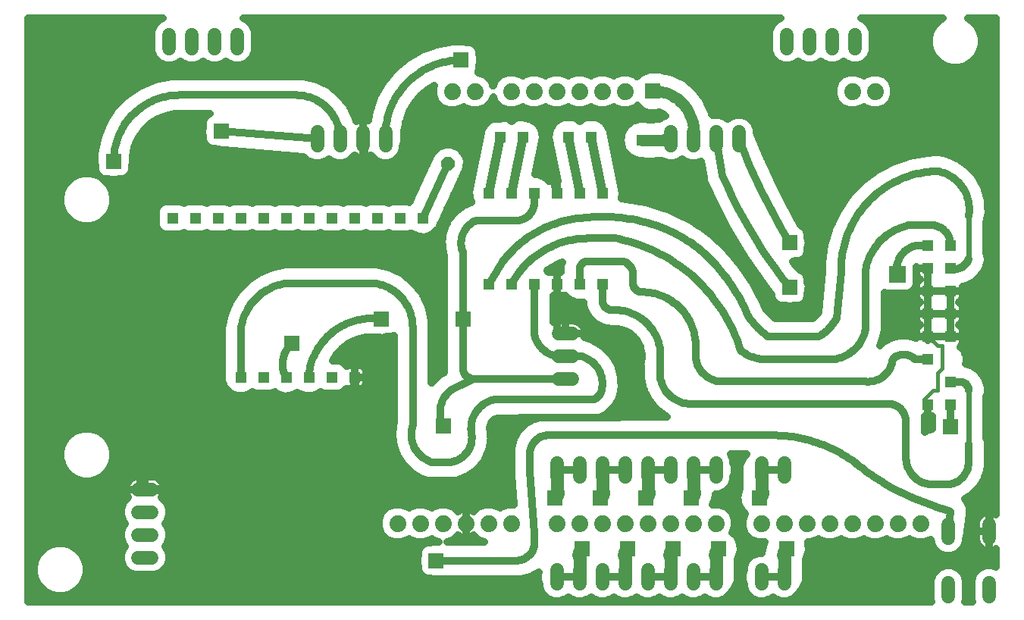
<source format=gbl>
G75*
%MOIN*%
%OFA0B0*%
%FSLAX24Y24*%
%IPPOS*%
%LPD*%
%AMOC8*
5,1,8,0,0,1.08239X$1,22.5*
%
%ADD10C,0.0600*%
%ADD11C,0.0740*%
%ADD12R,0.0515X0.0515*%
%ADD13OC8,0.0600*%
%ADD14R,0.0660X0.0660*%
%ADD15C,0.0400*%
%ADD16C,0.0320*%
%ADD17C,0.0160*%
%ADD18R,0.0475X0.0475*%
%ADD19C,0.0500*%
%ADD20R,0.0760X0.0760*%
%ADD21C,0.0240*%
%ADD22C,0.0560*%
D10*
X012820Y006567D02*
X013420Y006567D01*
X013420Y007567D02*
X012820Y007567D01*
X012820Y008567D02*
X013420Y008567D01*
X013420Y009567D02*
X012820Y009567D01*
X031224Y010117D02*
X031224Y010717D01*
X032224Y010717D02*
X032224Y010117D01*
X033224Y010117D02*
X033224Y010717D01*
X034224Y010717D02*
X034224Y010117D01*
X035224Y010117D02*
X035224Y010717D01*
X036224Y010717D02*
X036224Y010117D01*
X037224Y010117D02*
X037224Y010717D01*
X038224Y010717D02*
X038224Y010117D01*
X040224Y010117D02*
X040224Y010717D01*
X041224Y010717D02*
X041224Y010117D01*
X041224Y006004D02*
X041224Y005404D01*
X040224Y005404D02*
X040224Y006004D01*
X038224Y006004D02*
X038224Y005404D01*
X037224Y005404D02*
X037224Y006004D01*
X036224Y006004D02*
X036224Y005404D01*
X035224Y005404D02*
X035224Y006004D01*
X034224Y006004D02*
X034224Y005404D01*
X033224Y005404D02*
X033224Y006004D01*
X032224Y006004D02*
X032224Y005404D01*
X031224Y005404D02*
X031224Y006004D01*
X031316Y014421D02*
X031916Y014421D01*
X031916Y015421D02*
X031316Y015421D01*
X031316Y016421D02*
X031916Y016421D01*
X036242Y024672D02*
X036242Y025272D01*
X037242Y025272D02*
X037242Y024672D01*
X038242Y024672D02*
X038242Y025272D01*
X039242Y025272D02*
X039242Y024672D01*
X041344Y028963D02*
X041344Y029563D01*
X042344Y029563D02*
X042344Y028963D01*
X043344Y028963D02*
X043344Y029563D01*
X044344Y029563D02*
X044344Y028963D01*
X023691Y025272D02*
X023691Y024672D01*
X022691Y024672D02*
X022691Y025272D01*
X021691Y025272D02*
X021691Y024672D01*
X020691Y024672D02*
X020691Y025272D01*
X017179Y028963D02*
X017179Y029563D01*
X016179Y029563D02*
X016179Y028963D01*
X015179Y028963D02*
X015179Y029563D01*
X014179Y029563D02*
X014179Y028963D01*
X048450Y008009D02*
X048450Y007409D01*
X050230Y007409D02*
X050230Y008009D01*
X050230Y005449D02*
X050230Y004849D01*
X048450Y004849D02*
X048450Y005449D01*
D11*
X047224Y008067D03*
X046224Y008067D03*
X045224Y008067D03*
X044224Y008067D03*
X043224Y008067D03*
X042224Y008067D03*
X041224Y008067D03*
X040224Y008067D03*
X038224Y008067D03*
X037224Y008067D03*
X036224Y008067D03*
X035224Y008067D03*
X034224Y008067D03*
X033224Y008067D03*
X032224Y008067D03*
X031224Y008067D03*
X029224Y008067D03*
X028224Y008067D03*
X027224Y008067D03*
X026224Y008067D03*
X025224Y008067D03*
X024224Y008067D03*
X026624Y027067D03*
X027624Y027067D03*
X029224Y027067D03*
X030224Y027067D03*
X031224Y027067D03*
X032224Y027067D03*
X033224Y027067D03*
X034224Y027067D03*
X044224Y027067D03*
X045224Y027067D03*
D12*
X047553Y020291D03*
X048553Y020291D03*
X048553Y019291D03*
X047553Y019291D03*
X047553Y018291D03*
X048553Y018291D03*
X048553Y017291D03*
X047553Y017291D03*
X047553Y016291D03*
X048553Y016291D03*
X047553Y015291D03*
X048553Y014291D03*
X048553Y013291D03*
X047553Y013291D03*
X033239Y018598D03*
X032239Y018598D03*
X031239Y018598D03*
X030239Y018598D03*
X029239Y018598D03*
X028239Y018598D03*
X025324Y021492D03*
X024324Y021492D03*
X023324Y021492D03*
X022324Y021492D03*
X021324Y021492D03*
X020324Y021492D03*
X019324Y021492D03*
X018324Y021492D03*
X017324Y021492D03*
X016324Y021492D03*
X015324Y021492D03*
X014324Y021492D03*
X017324Y014492D03*
X018324Y014492D03*
X019324Y014492D03*
X020324Y014492D03*
X021324Y014492D03*
X022324Y014492D03*
X028239Y022598D03*
X029239Y022598D03*
X030239Y022598D03*
X031239Y022598D03*
X032239Y022598D03*
X033239Y022598D03*
D13*
X026439Y023897D03*
D14*
X027017Y028437D03*
X035443Y027098D03*
X041466Y020405D03*
X041466Y018437D03*
X048553Y012334D03*
X040135Y009185D03*
X037135Y009185D03*
X035135Y009185D03*
X033135Y009185D03*
X031135Y009185D03*
X028029Y009567D03*
X026242Y012354D03*
X019576Y015996D03*
X023513Y017059D03*
X027096Y017059D03*
X016466Y025326D03*
X011742Y024000D03*
X032348Y006948D03*
X034348Y006948D03*
X036348Y006948D03*
X038348Y006948D03*
X041348Y006948D03*
X025915Y006429D03*
D15*
X028029Y009567D02*
X022324Y009567D01*
X022324Y014492D01*
X022324Y009567D02*
X013120Y009567D01*
X028239Y022598D02*
X028742Y025067D01*
X029742Y025067D02*
X029239Y022598D01*
X031239Y022598D02*
X030738Y025031D01*
X031742Y025067D02*
X032239Y022598D01*
X033239Y022598D02*
X032742Y025067D01*
D16*
X007973Y030278D02*
X007973Y004627D01*
X047720Y004627D01*
X047690Y004698D01*
X047690Y005600D01*
X047806Y005879D01*
X048020Y006093D01*
X048299Y006209D01*
X048601Y006209D01*
X048881Y006093D01*
X049094Y005879D01*
X049210Y005600D01*
X049210Y004698D01*
X049181Y004627D01*
X049500Y004627D01*
X049470Y004698D01*
X049470Y005600D01*
X049586Y005879D01*
X049800Y006093D01*
X050079Y006209D01*
X050381Y006209D01*
X050552Y006138D01*
X050552Y006950D01*
X050524Y006930D01*
X050445Y006890D01*
X050361Y006863D01*
X050274Y006849D01*
X050230Y006849D01*
X050230Y007709D01*
X050230Y008569D01*
X050186Y008569D01*
X050099Y008555D01*
X050015Y008528D01*
X049937Y008488D01*
X049865Y008436D01*
X049803Y008374D01*
X049751Y008302D01*
X049711Y008224D01*
X049684Y008140D01*
X049670Y008053D01*
X049670Y007709D01*
X050230Y007709D01*
X050230Y007709D01*
X050230Y007709D01*
X050230Y008569D01*
X050274Y008569D01*
X050361Y008555D01*
X050445Y008528D01*
X050524Y008488D01*
X050552Y008467D01*
X050552Y030278D01*
X049293Y030278D01*
X049456Y030184D01*
X049670Y029970D01*
X049822Y029707D01*
X049900Y029415D01*
X049900Y029112D01*
X049822Y028819D01*
X049670Y028557D01*
X049456Y028343D01*
X049194Y028191D01*
X048901Y028113D01*
X048598Y028113D01*
X048306Y028191D01*
X048043Y028343D01*
X047829Y028557D01*
X047677Y028819D01*
X047599Y029112D01*
X047599Y029415D01*
X047677Y029707D01*
X047829Y029970D01*
X048043Y030184D01*
X048206Y030278D01*
X044604Y030278D01*
X044775Y030208D01*
X044988Y029994D01*
X045104Y029715D01*
X045104Y028812D01*
X044988Y028533D01*
X044775Y028319D01*
X044495Y028203D01*
X044193Y028203D01*
X043914Y028319D01*
X043844Y028389D01*
X043775Y028319D01*
X043495Y028203D01*
X043193Y028203D01*
X042914Y028319D01*
X042844Y028389D01*
X042775Y028319D01*
X042495Y028203D01*
X042193Y028203D01*
X041914Y028319D01*
X041844Y028389D01*
X041775Y028319D01*
X041495Y028203D01*
X041193Y028203D01*
X040914Y028319D01*
X040700Y028533D01*
X040584Y028812D01*
X040584Y029715D01*
X040700Y029994D01*
X040914Y030208D01*
X041084Y030278D01*
X017439Y030278D01*
X017609Y030208D01*
X017823Y029994D01*
X017939Y029715D01*
X017939Y028812D01*
X017823Y028533D01*
X017609Y028319D01*
X017330Y028203D01*
X017028Y028203D01*
X016748Y028319D01*
X016679Y028389D01*
X016609Y028319D01*
X016330Y028203D01*
X016028Y028203D01*
X015748Y028319D01*
X015679Y028389D01*
X015609Y028319D01*
X015330Y028203D01*
X015028Y028203D01*
X014748Y028319D01*
X014679Y028389D01*
X014609Y028319D01*
X014330Y028203D01*
X014028Y028203D01*
X013748Y028319D01*
X013534Y028533D01*
X013419Y028812D01*
X013419Y029715D01*
X013534Y029994D01*
X013748Y030208D01*
X013918Y030278D01*
X007973Y030278D01*
X007973Y030184D02*
X013724Y030184D01*
X013481Y029865D02*
X007973Y029865D01*
X007973Y029547D02*
X013419Y029547D01*
X013419Y029228D02*
X007973Y029228D01*
X007973Y028910D02*
X013419Y028910D01*
X013510Y028591D02*
X007973Y028591D01*
X007973Y028273D02*
X013861Y028273D01*
X014497Y028273D02*
X014861Y028273D01*
X015497Y028273D02*
X015861Y028273D01*
X016497Y028273D02*
X016861Y028273D01*
X017497Y028273D02*
X024335Y028273D01*
X024074Y028053D02*
X024074Y028053D01*
X023608Y027497D01*
X023245Y026869D01*
X022997Y026187D01*
X022925Y025781D01*
X022906Y025791D01*
X022822Y025818D01*
X022735Y025832D01*
X022691Y025832D01*
X022691Y024972D01*
X022691Y024112D01*
X022735Y024112D01*
X022822Y024126D01*
X022906Y024153D01*
X022984Y024193D01*
X023048Y024240D01*
X023260Y024028D01*
X023539Y023912D01*
X023842Y023912D01*
X024121Y024028D01*
X024335Y024242D01*
X024451Y024521D01*
X024451Y024664D01*
X024511Y024809D01*
X024511Y025110D01*
X024520Y025328D01*
X024596Y025759D01*
X024745Y026169D01*
X024964Y026548D01*
X025245Y026882D01*
X025579Y027163D01*
X025824Y027305D01*
X025794Y027232D01*
X025794Y026901D01*
X025920Y026596D01*
X026154Y026363D01*
X026459Y026237D01*
X026789Y026237D01*
X027094Y026363D01*
X027124Y026393D01*
X027154Y026363D01*
X027459Y026237D01*
X027789Y026237D01*
X028094Y026363D01*
X028328Y026596D01*
X028424Y026829D01*
X028520Y026596D01*
X028754Y026363D01*
X029059Y026237D01*
X029389Y026237D01*
X029694Y026363D01*
X029724Y026393D01*
X029754Y026363D01*
X030059Y026237D01*
X030389Y026237D01*
X030694Y026363D01*
X030724Y026393D01*
X030754Y026363D01*
X031059Y026237D01*
X031389Y026237D01*
X031694Y026363D01*
X031724Y026393D01*
X031754Y026363D01*
X032059Y026237D01*
X032389Y026237D01*
X032694Y026363D01*
X032724Y026393D01*
X032754Y026363D01*
X033059Y026237D01*
X033389Y026237D01*
X033694Y026363D01*
X033724Y026393D01*
X033754Y026363D01*
X034059Y026237D01*
X034389Y026237D01*
X034694Y026363D01*
X034771Y026440D01*
X034978Y026234D01*
X035279Y026109D01*
X035606Y026109D01*
X035698Y026147D01*
X035736Y026138D01*
X035916Y026052D01*
X035992Y025991D01*
X035811Y025916D01*
X035731Y025836D01*
X035315Y025823D01*
X035052Y025839D01*
X034871Y025855D01*
X034526Y025747D01*
X034248Y025515D01*
X034080Y025194D01*
X034048Y024834D01*
X034156Y024488D01*
X034388Y024210D01*
X034708Y024043D01*
X034889Y024026D01*
X035261Y023993D01*
X035851Y024011D01*
X036091Y023912D01*
X036393Y023912D01*
X036672Y024028D01*
X036742Y024097D01*
X036811Y024028D01*
X037091Y023912D01*
X037393Y023912D01*
X037576Y023988D01*
X037695Y023283D01*
X037696Y023181D01*
X037721Y023123D01*
X037732Y023061D01*
X037786Y022975D01*
X038058Y022347D01*
X038058Y022347D01*
X038741Y021019D01*
X039509Y019738D01*
X040360Y018511D01*
X040676Y018113D01*
X040676Y018015D01*
X040746Y017846D01*
X040876Y017717D01*
X041045Y017647D01*
X041200Y017647D01*
X041211Y017641D01*
X041535Y017603D01*
X041686Y017647D01*
X041888Y017647D01*
X042057Y017717D01*
X042186Y017846D01*
X042256Y018015D01*
X042256Y018170D01*
X042262Y018181D01*
X042299Y018505D01*
X042256Y018656D01*
X042256Y018858D01*
X042186Y019027D01*
X042057Y019157D01*
X041896Y019223D01*
X041686Y019496D01*
X041615Y019598D01*
X041728Y019615D01*
X041888Y019615D01*
X042057Y019685D01*
X042186Y019815D01*
X042256Y019984D01*
X042256Y020184D01*
X042301Y020365D01*
X042256Y020667D01*
X042256Y020827D01*
X042186Y020996D01*
X042057Y021125D01*
X041977Y021158D01*
X041756Y021540D01*
X040991Y022999D01*
X040313Y024501D01*
X040007Y025265D01*
X040002Y025280D01*
X040002Y025423D01*
X039886Y025703D01*
X039672Y025916D01*
X039393Y026032D01*
X039091Y026032D01*
X038811Y025916D01*
X038742Y025847D01*
X038672Y025916D01*
X038393Y026032D01*
X038091Y026032D01*
X038057Y026018D01*
X038016Y026199D01*
X038016Y026199D01*
X037751Y026749D01*
X037751Y026749D01*
X037370Y027227D01*
X036893Y027607D01*
X036343Y027872D01*
X035748Y028008D01*
X035262Y028008D01*
X034927Y027869D01*
X034892Y027835D01*
X034852Y027818D01*
X034749Y027715D01*
X034694Y027770D01*
X034389Y027897D01*
X034059Y027897D01*
X033754Y027770D01*
X033724Y027740D01*
X033694Y027770D01*
X033389Y027897D01*
X033059Y027897D01*
X032754Y027770D01*
X032724Y027740D01*
X032694Y027770D01*
X032389Y027897D01*
X032059Y027897D01*
X031754Y027770D01*
X031724Y027740D01*
X031694Y027770D01*
X031389Y027897D01*
X031059Y027897D01*
X030754Y027770D01*
X030724Y027740D01*
X030694Y027770D01*
X030389Y027897D01*
X030059Y027897D01*
X029754Y027770D01*
X029724Y027740D01*
X029694Y027770D01*
X029389Y027897D01*
X029059Y027897D01*
X028754Y027770D01*
X028520Y027537D01*
X028424Y027304D01*
X028328Y027537D01*
X028094Y027770D01*
X027789Y027897D01*
X027758Y027897D01*
X027807Y028015D01*
X027807Y028201D01*
X027837Y028274D01*
X027837Y028600D01*
X027807Y028672D01*
X027807Y028858D01*
X027737Y029027D01*
X027608Y029157D01*
X027439Y029227D01*
X027253Y029227D01*
X027180Y029257D01*
X026655Y029257D01*
X025940Y029131D01*
X025258Y028882D01*
X024630Y028520D01*
X024630Y028520D01*
X024074Y028053D01*
X024074Y028053D01*
X023991Y027954D02*
X007973Y027954D01*
X007973Y027636D02*
X013846Y027636D01*
X013558Y027578D02*
X013558Y027578D01*
X012880Y027298D01*
X012271Y026890D01*
X012271Y026890D01*
X011753Y026372D01*
X011753Y026372D01*
X011345Y025762D01*
X011065Y025085D01*
X010922Y024366D01*
X010922Y023836D01*
X010952Y023764D01*
X010952Y023578D01*
X011022Y023409D01*
X011126Y023305D01*
X011005Y023375D01*
X010712Y023453D01*
X010409Y023453D01*
X010117Y023375D01*
X009854Y023223D01*
X009640Y023009D01*
X009488Y022747D01*
X009410Y022454D01*
X009410Y022151D01*
X009488Y021859D01*
X009640Y021596D01*
X009854Y021382D01*
X010117Y021231D01*
X010409Y021152D01*
X010712Y021152D01*
X011005Y021231D01*
X011267Y021382D01*
X011481Y021596D01*
X011633Y021859D01*
X011711Y022151D01*
X011711Y022454D01*
X011633Y022747D01*
X011481Y023009D01*
X011267Y023223D01*
X011217Y023252D01*
X011320Y023210D01*
X011506Y023210D01*
X011579Y023180D01*
X011905Y023180D01*
X011977Y023210D01*
X012163Y023210D01*
X012332Y023280D01*
X012462Y023409D01*
X012532Y023578D01*
X012532Y023764D01*
X012562Y023836D01*
X012562Y024000D01*
X012572Y024204D01*
X012651Y024604D01*
X012808Y024981D01*
X013034Y025320D01*
X013323Y025609D01*
X013662Y025835D01*
X014039Y025992D01*
X014439Y026071D01*
X014643Y026081D01*
X015960Y026081D01*
X015876Y026046D01*
X015746Y025917D01*
X015676Y025748D01*
X015676Y025584D01*
X015663Y025557D01*
X015635Y025232D01*
X015676Y025105D01*
X015676Y024905D01*
X015746Y024736D01*
X015876Y024606D01*
X016045Y024536D01*
X016209Y024536D01*
X016235Y024523D01*
X020088Y024200D01*
X020260Y024028D01*
X020539Y023912D01*
X020842Y023912D01*
X021121Y024028D01*
X021191Y024097D01*
X021260Y024028D01*
X021539Y023912D01*
X021842Y023912D01*
X022121Y024028D01*
X022333Y024240D01*
X022397Y024193D01*
X022476Y024153D01*
X022559Y024126D01*
X022646Y024112D01*
X022691Y024112D01*
X022691Y024972D01*
X022691Y024972D01*
X022691Y024972D01*
X022691Y025832D01*
X022646Y025832D01*
X022559Y025818D01*
X022476Y025791D01*
X022403Y025754D01*
X022373Y025886D01*
X022104Y026444D01*
X021718Y026928D01*
X021718Y026928D01*
X021718Y026928D01*
X021233Y027315D01*
X020675Y027583D01*
X020071Y027721D01*
X014480Y027721D01*
X014277Y027721D01*
X013558Y027578D01*
X012927Y027317D02*
X007973Y027317D01*
X007973Y026999D02*
X012433Y026999D01*
X012061Y026680D02*
X007973Y026680D01*
X007973Y026362D02*
X011746Y026362D01*
X011753Y026372D02*
X011753Y026372D01*
X011533Y026043D02*
X007973Y026043D01*
X007973Y025725D02*
X011330Y025725D01*
X011345Y025762D02*
X011345Y025762D01*
X011198Y025406D02*
X007973Y025406D01*
X007973Y025088D02*
X011066Y025088D01*
X011065Y025085D02*
X011065Y025085D01*
X011002Y024769D02*
X007973Y024769D01*
X007973Y024451D02*
X010939Y024451D01*
X010922Y024132D02*
X007973Y024132D01*
X007973Y023814D02*
X010931Y023814D01*
X010986Y023495D02*
X007973Y023495D01*
X007973Y023177D02*
X009807Y023177D01*
X009553Y022858D02*
X007973Y022858D01*
X007973Y022540D02*
X009433Y022540D01*
X009410Y022221D02*
X007973Y022221D01*
X007973Y021903D02*
X009477Y021903D01*
X009652Y021584D02*
X007973Y021584D01*
X007973Y021266D02*
X010056Y021266D01*
X011065Y021266D02*
X013607Y021266D01*
X013607Y021143D02*
X013677Y020974D01*
X013806Y020844D01*
X013975Y020774D01*
X014673Y020774D01*
X014824Y020837D01*
X014975Y020774D01*
X015673Y020774D01*
X015824Y020837D01*
X015975Y020774D01*
X016673Y020774D01*
X016824Y020837D01*
X016975Y020774D01*
X017673Y020774D01*
X017824Y020837D01*
X017975Y020774D01*
X018673Y020774D01*
X018824Y020837D01*
X018975Y020774D01*
X019673Y020774D01*
X019824Y020837D01*
X019975Y020774D01*
X020673Y020774D01*
X020824Y020837D01*
X020975Y020774D01*
X021673Y020774D01*
X021824Y020837D01*
X021975Y020774D01*
X022673Y020774D01*
X022824Y020837D01*
X022975Y020774D01*
X023673Y020774D01*
X023824Y020837D01*
X023975Y020774D01*
X024673Y020774D01*
X024816Y020833D01*
X024832Y020816D01*
X025128Y020679D01*
X025454Y020666D01*
X025760Y020778D01*
X025823Y020836D01*
X025842Y020844D01*
X025966Y020968D01*
X026000Y020999D01*
X027195Y023578D01*
X027199Y023582D01*
X027199Y023587D01*
X027251Y023701D01*
X027265Y024027D01*
X027199Y024206D01*
X027199Y024212D01*
X027195Y024215D01*
X027152Y024333D01*
X026931Y024573D01*
X026757Y024653D01*
X026753Y024657D01*
X026749Y024657D01*
X026635Y024710D01*
X026309Y024723D01*
X026129Y024657D01*
X026124Y024657D01*
X026121Y024654D01*
X026003Y024611D01*
X025763Y024390D01*
X025683Y024216D01*
X025679Y024212D01*
X025679Y024207D01*
X024740Y022182D01*
X024673Y022209D01*
X023975Y022209D01*
X023824Y022147D01*
X023673Y022209D01*
X022975Y022209D01*
X022824Y022147D01*
X022673Y022209D01*
X021975Y022209D01*
X021824Y022147D01*
X021673Y022209D01*
X020975Y022209D01*
X020824Y022147D01*
X020673Y022209D01*
X019975Y022209D01*
X019824Y022147D01*
X019673Y022209D01*
X018975Y022209D01*
X018824Y022147D01*
X018673Y022209D01*
X017975Y022209D01*
X017824Y022147D01*
X017673Y022209D01*
X016975Y022209D01*
X016824Y022147D01*
X016673Y022209D01*
X015975Y022209D01*
X015824Y022147D01*
X015673Y022209D01*
X014975Y022209D01*
X014824Y022147D01*
X014673Y022209D01*
X013975Y022209D01*
X013806Y022139D01*
X013677Y022010D01*
X013607Y021841D01*
X013607Y021143D01*
X013704Y020947D02*
X007973Y020947D01*
X007973Y020629D02*
X026213Y020629D01*
X026184Y020428D02*
X026255Y020918D01*
X026255Y020918D01*
X026450Y021373D01*
X026450Y021373D01*
X026756Y021762D01*
X026756Y021762D01*
X026756Y021762D01*
X027152Y022059D01*
X027152Y022059D01*
X027377Y022149D01*
X027478Y022190D01*
X027427Y022266D01*
X027362Y022602D01*
X027933Y025406D01*
X028125Y025689D01*
X028410Y025878D01*
X028746Y025943D01*
X029081Y025875D01*
X029242Y025767D01*
X029410Y025878D01*
X029746Y025943D01*
X030081Y025875D01*
X030365Y025684D01*
X030553Y025398D01*
X030619Y025063D01*
X030284Y023418D01*
X030402Y023418D01*
X030703Y023293D01*
X030747Y023250D01*
X030757Y023246D01*
X030886Y023116D01*
X030890Y023106D01*
X030895Y023101D01*
X030906Y023106D01*
X030956Y023116D01*
X031239Y023116D01*
X031239Y022598D01*
X031239Y022598D01*
X031239Y023116D01*
X031257Y023116D01*
X030865Y025064D01*
X030931Y025400D01*
X031120Y025685D01*
X031404Y025876D01*
X031740Y025943D01*
X032075Y025877D01*
X032242Y025767D01*
X032404Y025876D01*
X032740Y025943D01*
X033075Y025877D01*
X033360Y025688D01*
X033551Y025404D01*
X034116Y022600D01*
X034067Y022353D01*
X034080Y022353D01*
X034080Y022353D01*
X035138Y022168D01*
X035138Y022168D01*
X036161Y021844D01*
X036161Y021844D01*
X037132Y021385D01*
X037132Y021385D01*
X037468Y021167D01*
X037495Y021160D01*
X037605Y021078D01*
X037719Y021004D01*
X037735Y020981D01*
X038003Y020781D01*
X038003Y020781D01*
X038691Y020139D01*
X038691Y020139D01*
X039304Y019426D01*
X039304Y019426D01*
X039836Y018650D01*
X039836Y018650D01*
X040280Y017821D01*
X040280Y017821D01*
X040397Y017529D01*
X040668Y017245D01*
X040829Y017091D01*
X042484Y017091D01*
X042610Y017195D01*
X042735Y017348D01*
X042909Y019156D01*
X042901Y019512D01*
X042901Y019512D01*
X043010Y020316D01*
X043010Y020316D01*
X043243Y021093D01*
X043243Y021093D01*
X043594Y021823D01*
X043594Y021823D01*
X044056Y022490D01*
X044056Y022490D01*
X044616Y023076D01*
X044616Y023076D01*
X045261Y023568D01*
X045261Y023568D01*
X045975Y023952D01*
X045975Y023952D01*
X046740Y024220D01*
X046740Y024220D01*
X047538Y024365D01*
X047538Y024365D01*
X047863Y024373D01*
X047944Y024391D01*
X048025Y024376D01*
X048107Y024378D01*
X048184Y024348D01*
X048384Y024313D01*
X048384Y024313D01*
X048907Y024092D01*
X049368Y023761D01*
X049368Y023761D01*
X049744Y023335D01*
X050015Y022837D01*
X050169Y022290D01*
X050169Y022290D01*
X050197Y021723D01*
X050197Y021723D01*
X050148Y021444D01*
X050120Y021288D01*
X050120Y019958D01*
X050147Y019905D01*
X050170Y019580D01*
X050118Y019425D01*
X050058Y019245D01*
X050058Y019245D01*
X049849Y018928D01*
X049849Y018928D01*
X049849Y018928D01*
X049565Y018676D01*
X049565Y018676D01*
X049225Y018506D01*
X049225Y018506D01*
X049070Y018475D01*
X049070Y018291D01*
X048553Y018291D01*
X048553Y018291D01*
X049070Y018291D01*
X049070Y018008D01*
X049060Y017958D01*
X049041Y017910D01*
X049012Y017868D01*
X048976Y017832D01*
X048933Y017803D01*
X048904Y017791D01*
X048933Y017779D01*
X048976Y017750D01*
X049012Y017714D01*
X049041Y017672D01*
X049060Y017624D01*
X049070Y017574D01*
X049070Y017291D01*
X048553Y017291D01*
X048553Y017291D01*
X049070Y017291D01*
X049070Y017008D01*
X049060Y016958D01*
X049041Y016910D01*
X049012Y016868D01*
X048976Y016832D01*
X048933Y016803D01*
X048904Y016791D01*
X048933Y016779D01*
X048976Y016750D01*
X049012Y016714D01*
X049041Y016672D01*
X049060Y016624D01*
X049070Y016574D01*
X049070Y016291D01*
X048553Y016291D01*
X048553Y016291D01*
X049070Y016291D01*
X049070Y016008D01*
X049060Y015958D01*
X049041Y015910D01*
X049012Y015868D01*
X048976Y015832D01*
X048973Y015830D01*
X049128Y015675D01*
X049231Y015426D01*
X049231Y015156D01*
X049205Y015093D01*
X049511Y014993D01*
X049511Y014993D01*
X049819Y014770D01*
X049819Y014770D01*
X050043Y014462D01*
X050043Y014462D01*
X050160Y014099D01*
X050160Y013746D01*
X050120Y013649D01*
X050120Y011807D01*
X050160Y011710D01*
X050160Y010522D01*
X050037Y010063D01*
X050037Y010063D01*
X049800Y009652D01*
X049800Y009652D01*
X049464Y009316D01*
X049464Y009316D01*
X049175Y009149D01*
X049184Y009142D01*
X049234Y009055D01*
X049297Y008975D01*
X049314Y008914D01*
X049346Y008859D01*
X049358Y008759D01*
X049386Y008662D01*
X049379Y008598D01*
X049387Y008535D01*
X049360Y008438D01*
X049246Y007452D01*
X049210Y007388D01*
X049210Y007258D01*
X049094Y006978D01*
X048881Y006764D01*
X048601Y006649D01*
X048299Y006649D01*
X048020Y006764D01*
X047806Y006978D01*
X047690Y007258D01*
X047690Y007361D01*
X047389Y007237D01*
X047059Y007237D01*
X046754Y007363D01*
X046724Y007393D01*
X046694Y007363D01*
X046389Y007237D01*
X046059Y007237D01*
X045754Y007363D01*
X045724Y007393D01*
X045694Y007363D01*
X045389Y007237D01*
X045059Y007237D01*
X044754Y007363D01*
X044724Y007393D01*
X044694Y007363D01*
X044389Y007237D01*
X044059Y007237D01*
X043754Y007363D01*
X043724Y007393D01*
X043694Y007363D01*
X043389Y007237D01*
X043059Y007237D01*
X042754Y007363D01*
X042724Y007393D01*
X042694Y007363D01*
X042389Y007237D01*
X042259Y007237D01*
X042267Y007221D01*
X042301Y006848D01*
X042190Y006491D01*
X042175Y006473D01*
X042177Y006449D01*
X042164Y006406D01*
X042164Y005517D01*
X042021Y005172D01*
X041900Y005051D01*
X041868Y004974D01*
X041655Y004760D01*
X041375Y004644D01*
X041073Y004644D01*
X040794Y004760D01*
X040724Y004830D01*
X040655Y004760D01*
X040375Y004644D01*
X040073Y004644D01*
X039794Y004760D01*
X039580Y004974D01*
X039464Y005253D01*
X039464Y005396D01*
X039404Y005541D01*
X039404Y005867D01*
X039464Y006012D01*
X039464Y006156D01*
X039580Y006435D01*
X039794Y006649D01*
X040073Y006764D01*
X040248Y006764D01*
X040291Y007057D01*
X040379Y007237D01*
X040059Y007237D01*
X039754Y007363D01*
X039520Y007596D01*
X039394Y007901D01*
X039394Y008232D01*
X039499Y008485D01*
X039430Y008536D01*
X039235Y008856D01*
X039178Y009225D01*
X039266Y009588D01*
X039267Y009589D01*
X039266Y009589D01*
X039284Y009662D01*
X039284Y010604D01*
X039427Y010949D01*
X039548Y011070D01*
X039569Y011121D01*
X038879Y011121D01*
X038984Y010868D01*
X038984Y010725D01*
X039044Y010580D01*
X039044Y010254D01*
X038984Y010109D01*
X038984Y009966D01*
X038868Y009686D01*
X038655Y009473D01*
X038375Y009357D01*
X038202Y009357D01*
X038183Y009123D01*
X038183Y009123D01*
X038089Y008897D01*
X038389Y008897D01*
X038694Y008770D01*
X038928Y008537D01*
X039054Y008232D01*
X039054Y007901D01*
X038956Y007665D01*
X039093Y007552D01*
X039267Y007221D01*
X039301Y006848D01*
X039190Y006491D01*
X039175Y006473D01*
X039177Y006449D01*
X039164Y006406D01*
X039164Y005517D01*
X039021Y005172D01*
X038900Y005051D01*
X038868Y004974D01*
X038655Y004760D01*
X038375Y004644D01*
X038073Y004644D01*
X037794Y004760D01*
X037724Y004830D01*
X037655Y004760D01*
X037375Y004644D01*
X037073Y004644D01*
X036794Y004760D01*
X036724Y004830D01*
X036655Y004760D01*
X036375Y004644D01*
X036073Y004644D01*
X035794Y004760D01*
X035724Y004830D01*
X035655Y004760D01*
X035375Y004644D01*
X035073Y004644D01*
X034794Y004760D01*
X034724Y004830D01*
X034655Y004760D01*
X034375Y004644D01*
X034073Y004644D01*
X033794Y004760D01*
X033724Y004830D01*
X033655Y004760D01*
X033375Y004644D01*
X033073Y004644D01*
X032794Y004760D01*
X032724Y004830D01*
X032655Y004760D01*
X032375Y004644D01*
X032073Y004644D01*
X031794Y004760D01*
X031724Y004830D01*
X031655Y004760D01*
X031375Y004644D01*
X031073Y004644D01*
X030794Y004760D01*
X030580Y004974D01*
X030464Y005253D01*
X030464Y005396D01*
X030404Y005541D01*
X030404Y005867D01*
X030425Y005918D01*
X030079Y005718D01*
X030079Y005718D01*
X029670Y005609D01*
X025752Y005609D01*
X025679Y005639D01*
X025493Y005639D01*
X025324Y005709D01*
X025195Y005838D01*
X025125Y006007D01*
X025125Y006193D01*
X025095Y006266D01*
X025095Y006592D01*
X025125Y006664D01*
X025125Y006850D01*
X025195Y007019D01*
X025324Y007149D01*
X025493Y007219D01*
X025679Y007219D01*
X025752Y007249D01*
X026029Y007249D01*
X025754Y007363D01*
X025724Y007393D01*
X025694Y007363D01*
X025389Y007237D01*
X025059Y007237D01*
X024754Y007363D01*
X024724Y007393D01*
X024694Y007363D01*
X024389Y007237D01*
X024059Y007237D01*
X023754Y007363D01*
X023520Y007596D01*
X023394Y007901D01*
X023394Y008232D01*
X023520Y008537D01*
X023754Y008770D01*
X024059Y008897D01*
X024389Y008897D01*
X024694Y008770D01*
X024724Y008740D01*
X024754Y008770D01*
X025059Y008897D01*
X025389Y008897D01*
X025694Y008770D01*
X025724Y008740D01*
X025754Y008770D01*
X026059Y008897D01*
X026389Y008897D01*
X026694Y008770D01*
X026874Y008591D01*
X026894Y008605D01*
X026982Y008650D01*
X027076Y008681D01*
X027174Y008697D01*
X027224Y008697D01*
X027224Y008067D01*
X027224Y008067D01*
X027224Y008697D01*
X027274Y008697D01*
X027372Y008681D01*
X027466Y008650D01*
X027554Y008605D01*
X027574Y008591D01*
X027754Y008770D01*
X028059Y008897D01*
X028389Y008897D01*
X028694Y008770D01*
X028724Y008740D01*
X028754Y008770D01*
X029059Y008897D01*
X029332Y008897D01*
X029240Y010175D01*
X029229Y010203D01*
X029229Y010336D01*
X029219Y010470D01*
X029229Y010499D01*
X029229Y011365D01*
X029338Y011774D01*
X029338Y011774D01*
X029550Y012140D01*
X029550Y012140D01*
X029849Y012439D01*
X029849Y012439D01*
X030216Y012651D01*
X030216Y012651D01*
X030381Y012695D01*
X028594Y012695D01*
X028506Y012653D01*
X028420Y012584D01*
X028351Y012497D01*
X028303Y012398D01*
X028279Y012290D01*
X028279Y012201D01*
X028292Y012177D01*
X028301Y012070D01*
X028325Y011966D01*
X028316Y011909D01*
X028329Y011765D01*
X028329Y011765D01*
X028244Y011270D01*
X028244Y011270D01*
X028033Y010814D01*
X028033Y010814D01*
X027711Y010428D01*
X027711Y010428D01*
X027301Y010139D01*
X027301Y010139D01*
X026830Y009966D01*
X026830Y009966D01*
X026704Y009954D01*
X026669Y009939D01*
X026543Y009939D01*
X026417Y009928D01*
X026381Y009939D01*
X025751Y009939D01*
X025622Y009929D01*
X025589Y009939D01*
X025555Y009939D01*
X025435Y009989D01*
X025241Y010052D01*
X024834Y010294D01*
X024834Y010294D01*
X024491Y010621D01*
X024229Y011015D01*
X024229Y011015D01*
X024061Y011459D01*
X024061Y011459D01*
X023997Y011928D01*
X023997Y011928D01*
X024038Y012400D01*
X024038Y012400D01*
X024071Y012503D01*
X024071Y016325D01*
X023935Y016269D01*
X023734Y016269D01*
X023561Y016224D01*
X023399Y016247D01*
X023203Y016265D01*
X022811Y016242D01*
X022431Y016144D01*
X022077Y015974D01*
X021764Y015738D01*
X021502Y015445D01*
X021363Y015209D01*
X021673Y015209D01*
X021842Y015139D01*
X021972Y015010D01*
X021978Y014994D01*
X021991Y014999D01*
X022041Y015009D01*
X022324Y015009D01*
X022324Y014492D01*
X022324Y014492D01*
X022324Y015009D01*
X022607Y015009D01*
X022658Y014999D01*
X022705Y014980D01*
X022748Y014951D01*
X022784Y014915D01*
X022812Y014872D01*
X022832Y014825D01*
X022842Y014775D01*
X022842Y014492D01*
X022324Y014492D01*
X022324Y014492D01*
X022324Y013974D01*
X022041Y013974D01*
X021991Y013984D01*
X021978Y013989D01*
X021972Y013974D01*
X021842Y013844D01*
X021673Y013774D01*
X020975Y013774D01*
X020828Y013835D01*
X020789Y013797D01*
X020488Y013672D01*
X020161Y013672D01*
X019860Y013797D01*
X019823Y013834D01*
X019599Y013702D01*
X019275Y013657D01*
X018960Y013739D01*
X018839Y013831D01*
X018824Y013837D01*
X018673Y013774D01*
X017975Y013774D01*
X017828Y013835D01*
X017789Y013797D01*
X017488Y013672D01*
X017161Y013672D01*
X016860Y013797D01*
X016816Y013840D01*
X016806Y013844D01*
X016677Y013974D01*
X016673Y013984D01*
X016629Y014027D01*
X016504Y014329D01*
X016504Y016649D01*
X016624Y017250D01*
X016624Y017250D01*
X016859Y017816D01*
X016859Y017816D01*
X017199Y018325D01*
X017199Y018325D01*
X017632Y018759D01*
X017632Y018759D01*
X018142Y019099D01*
X018142Y019099D01*
X018708Y019334D01*
X018708Y019334D01*
X019309Y019453D01*
X023272Y019453D01*
X023876Y019316D01*
X023876Y019316D01*
X024434Y019047D01*
X024434Y019047D01*
X024918Y018661D01*
X024918Y018661D01*
X024918Y018661D01*
X025305Y018176D01*
X025305Y018176D01*
X025573Y017618D01*
X025573Y017618D01*
X025711Y017014D01*
X025711Y014243D01*
X025712Y014245D01*
X025712Y014245D01*
X026104Y014618D01*
X026104Y014618D01*
X026220Y014681D01*
X026237Y014699D01*
X026276Y014718D01*
X026276Y019853D01*
X026243Y019937D01*
X026243Y019937D01*
X026184Y020428D01*
X026184Y020428D01*
X026198Y020310D02*
X007973Y020310D01*
X007973Y019992D02*
X026236Y019992D01*
X026276Y019673D02*
X007973Y019673D01*
X007973Y019355D02*
X018812Y019355D01*
X018047Y019036D02*
X007973Y019036D01*
X007973Y018718D02*
X017591Y018718D01*
X017273Y018399D02*
X007973Y018399D01*
X007973Y018081D02*
X017035Y018081D01*
X016836Y017762D02*
X007973Y017762D01*
X007973Y017444D02*
X016704Y017444D01*
X016599Y017125D02*
X007973Y017125D01*
X007973Y016807D02*
X016536Y016807D01*
X016504Y016488D02*
X007973Y016488D01*
X007973Y016170D02*
X016504Y016170D01*
X016504Y015851D02*
X007973Y015851D01*
X007973Y015533D02*
X016504Y015533D01*
X016504Y015214D02*
X007973Y015214D01*
X007973Y014896D02*
X016504Y014896D01*
X016504Y014577D02*
X007973Y014577D01*
X007973Y014259D02*
X016533Y014259D01*
X016711Y013940D02*
X007973Y013940D01*
X007973Y013622D02*
X024071Y013622D01*
X024071Y013940D02*
X021938Y013940D01*
X022324Y013974D02*
X022607Y013974D01*
X022658Y013984D01*
X022705Y014004D01*
X022748Y014032D01*
X022784Y014069D01*
X022812Y014111D01*
X022832Y014158D01*
X022842Y014209D01*
X022842Y014492D01*
X022324Y014492D01*
X022324Y014492D01*
X022324Y013974D01*
X022324Y014259D02*
X022324Y014259D01*
X022324Y014577D02*
X022324Y014577D01*
X022324Y014896D02*
X022324Y014896D01*
X022797Y014896D02*
X024071Y014896D01*
X024071Y015214D02*
X021366Y015214D01*
X021581Y015533D02*
X024071Y015533D01*
X024071Y015851D02*
X021915Y015851D01*
X022529Y016170D02*
X024071Y016170D01*
X024891Y016704D02*
X024891Y012374D01*
X024034Y012348D02*
X007973Y012348D01*
X007973Y012666D02*
X024071Y012666D01*
X024071Y012985D02*
X007973Y012985D01*
X007973Y013303D02*
X024071Y013303D01*
X024071Y014259D02*
X022842Y014259D01*
X020325Y014657D02*
X020341Y014761D01*
X020362Y014865D01*
X020386Y014967D01*
X020414Y015069D01*
X020447Y015170D01*
X020482Y015269D01*
X020522Y015367D01*
X020565Y015463D01*
X020611Y015558D01*
X020662Y015651D01*
X020715Y015742D01*
X020772Y015831D01*
X020833Y015917D01*
X020896Y016002D01*
X020963Y016084D01*
X021032Y016163D01*
X021105Y016240D01*
X021180Y016314D01*
X021258Y016385D01*
X021339Y016453D01*
X021422Y016518D01*
X021507Y016580D01*
X021595Y016639D01*
X021685Y016694D01*
X021777Y016746D01*
X021871Y016794D01*
X021966Y016839D01*
X022063Y016881D01*
X022162Y016918D01*
X022262Y016952D01*
X022363Y016983D01*
X022465Y017009D01*
X022568Y017032D01*
X022672Y017050D01*
X022777Y017065D01*
X022882Y017076D01*
X022987Y017083D01*
X023093Y017086D01*
X023198Y017085D01*
X023304Y017080D01*
X023409Y017071D01*
X023514Y017058D01*
X024891Y016704D02*
X024889Y016791D01*
X024883Y016877D01*
X024874Y016963D01*
X024860Y017048D01*
X024843Y017133D01*
X024821Y017217D01*
X024797Y017300D01*
X024768Y017382D01*
X024736Y017462D01*
X024700Y017541D01*
X024661Y017618D01*
X024618Y017693D01*
X024572Y017767D01*
X024523Y017838D01*
X024470Y017907D01*
X024415Y017973D01*
X024356Y018037D01*
X024295Y018098D01*
X024231Y018157D01*
X024165Y018212D01*
X024096Y018265D01*
X024025Y018314D01*
X023951Y018360D01*
X023876Y018403D01*
X023799Y018442D01*
X023720Y018478D01*
X023640Y018510D01*
X023558Y018539D01*
X023475Y018563D01*
X023391Y018585D01*
X023306Y018602D01*
X023221Y018616D01*
X023135Y018625D01*
X023049Y018631D01*
X022962Y018633D01*
X019616Y018633D01*
X019521Y018631D01*
X019427Y018625D01*
X019333Y018615D01*
X019239Y018602D01*
X019146Y018584D01*
X019054Y018563D01*
X018962Y018538D01*
X018872Y018509D01*
X018783Y018476D01*
X018696Y018440D01*
X018610Y018400D01*
X018526Y018357D01*
X018443Y018310D01*
X018363Y018260D01*
X018285Y018207D01*
X018209Y018150D01*
X018135Y018090D01*
X018064Y018028D01*
X017996Y017962D01*
X017930Y017894D01*
X017868Y017823D01*
X017808Y017749D01*
X017751Y017673D01*
X017698Y017595D01*
X017648Y017515D01*
X017601Y017432D01*
X017558Y017348D01*
X017518Y017262D01*
X017482Y017175D01*
X017449Y017086D01*
X017420Y016996D01*
X017395Y016904D01*
X017374Y016812D01*
X017356Y016719D01*
X017343Y016625D01*
X017333Y016531D01*
X017327Y016437D01*
X017325Y016342D01*
X017324Y016342D02*
X017324Y014492D01*
X019419Y015799D02*
X019576Y015996D01*
X019419Y015799D02*
X019379Y015746D01*
X019343Y015691D01*
X019309Y015634D01*
X019279Y015575D01*
X019252Y015514D01*
X019229Y015452D01*
X019209Y015389D01*
X019193Y015324D01*
X019180Y015259D01*
X019172Y015193D01*
X019167Y015127D01*
X019166Y015061D01*
X019169Y014995D01*
X019176Y014929D01*
X019186Y014863D01*
X019200Y014798D01*
X019218Y014734D01*
X019239Y014672D01*
X019264Y014610D01*
X019293Y014550D01*
X019325Y014492D01*
X020324Y014492D02*
X020324Y014657D01*
X022842Y014577D02*
X024071Y014577D01*
X025711Y014577D02*
X026061Y014577D01*
X026276Y014896D02*
X025711Y014896D01*
X025711Y015214D02*
X026276Y015214D01*
X026276Y015533D02*
X025711Y015533D01*
X025711Y015851D02*
X026276Y015851D01*
X026276Y016170D02*
X025711Y016170D01*
X025711Y016488D02*
X026276Y016488D01*
X026276Y016807D02*
X025711Y016807D01*
X025686Y017125D02*
X026276Y017125D01*
X026276Y017444D02*
X025613Y017444D01*
X025504Y017762D02*
X026276Y017762D01*
X026276Y018081D02*
X025351Y018081D01*
X025127Y018399D02*
X026276Y018399D01*
X026276Y018718D02*
X024847Y018718D01*
X024448Y019036D02*
X026276Y019036D01*
X026276Y019355D02*
X023705Y019355D01*
X025945Y020947D02*
X026267Y020947D01*
X026404Y021266D02*
X026123Y021266D01*
X026271Y021584D02*
X026616Y021584D01*
X026418Y021903D02*
X026943Y021903D01*
X026566Y022221D02*
X027457Y022221D01*
X027374Y022540D02*
X026713Y022540D01*
X026861Y022858D02*
X027414Y022858D01*
X027479Y023177D02*
X027008Y023177D01*
X027156Y023495D02*
X027544Y023495D01*
X027609Y023814D02*
X027256Y023814D01*
X027226Y024132D02*
X027674Y024132D01*
X027739Y024451D02*
X027044Y024451D01*
X023690Y025110D02*
X023692Y025224D01*
X023698Y025337D01*
X023707Y025450D01*
X023721Y025563D01*
X023738Y025675D01*
X023760Y025787D01*
X023785Y025898D01*
X023813Y026008D01*
X023846Y026116D01*
X023882Y026224D01*
X023922Y026331D01*
X023965Y026435D01*
X024012Y026539D01*
X024063Y026641D01*
X024117Y026741D01*
X024174Y026839D01*
X024235Y026935D01*
X024299Y027029D01*
X024366Y027120D01*
X024436Y027210D01*
X024509Y027297D01*
X024586Y027381D01*
X024664Y027463D01*
X024746Y027541D01*
X024830Y027618D01*
X024917Y027691D01*
X025007Y027761D01*
X025098Y027828D01*
X025192Y027892D01*
X025288Y027953D01*
X025386Y028010D01*
X025486Y028064D01*
X025588Y028115D01*
X025692Y028162D01*
X025796Y028205D01*
X025903Y028245D01*
X026011Y028281D01*
X026119Y028314D01*
X026229Y028342D01*
X026340Y028367D01*
X026452Y028389D01*
X026564Y028406D01*
X026677Y028420D01*
X026790Y028429D01*
X026903Y028435D01*
X027017Y028437D01*
X027837Y028591D02*
X040676Y028591D01*
X040584Y028910D02*
X027786Y028910D01*
X027249Y029228D02*
X040584Y029228D01*
X040584Y029547D02*
X017939Y029547D01*
X017939Y029228D02*
X026493Y029228D01*
X025940Y029131D02*
X025940Y029131D01*
X025333Y028910D02*
X017939Y028910D01*
X017847Y028591D02*
X024753Y028591D01*
X025258Y028882D02*
X025258Y028882D01*
X023723Y027636D02*
X020446Y027636D01*
X020675Y027583D02*
X020675Y027583D01*
X021228Y027317D02*
X023503Y027317D01*
X023608Y027497D02*
X023608Y027497D01*
X023319Y026999D02*
X021630Y026999D01*
X021916Y026680D02*
X023176Y026680D01*
X023245Y026869D02*
X023245Y026869D01*
X023060Y026362D02*
X022144Y026362D01*
X022104Y026444D02*
X022104Y026444D01*
X022297Y026043D02*
X022971Y026043D01*
X022997Y026187D02*
X022997Y026187D01*
X022373Y025886D02*
X022373Y025886D01*
X022691Y025725D02*
X022691Y025725D01*
X022691Y025406D02*
X022691Y025406D01*
X022691Y025088D02*
X022691Y025088D01*
X022691Y024972D02*
X022706Y024971D01*
X022720Y024966D01*
X022733Y024959D01*
X022744Y024950D01*
X022753Y024939D01*
X022760Y024926D01*
X022765Y024912D01*
X022766Y024897D01*
X022765Y024897D02*
X022765Y023358D01*
X013317Y023358D01*
X013278Y023356D01*
X013240Y023350D01*
X013203Y023341D01*
X013166Y023328D01*
X013131Y023311D01*
X013098Y023292D01*
X013067Y023269D01*
X013038Y023243D01*
X013012Y023214D01*
X012989Y023183D01*
X012970Y023150D01*
X012953Y023115D01*
X012940Y023078D01*
X012931Y023041D01*
X012925Y023003D01*
X012923Y022964D01*
X012923Y009567D01*
X013120Y009567D01*
X013120Y009567D01*
X013120Y010127D01*
X013464Y010127D01*
X013551Y010113D01*
X013635Y010086D01*
X013713Y010045D01*
X013784Y009994D01*
X013847Y009931D01*
X013899Y009860D01*
X013939Y009781D01*
X013966Y009698D01*
X013980Y009611D01*
X013980Y009567D01*
X013120Y009567D01*
X013120Y009567D01*
X013120Y010127D01*
X012776Y010127D01*
X012689Y010113D01*
X012605Y010086D01*
X012526Y010045D01*
X012455Y009994D01*
X012393Y009931D01*
X012341Y009860D01*
X012301Y009781D01*
X012273Y009698D01*
X012260Y009611D01*
X012260Y009567D01*
X013120Y009567D01*
X013980Y009567D01*
X013980Y009522D01*
X013966Y009435D01*
X013939Y009352D01*
X013899Y009273D01*
X013852Y009209D01*
X014064Y008997D01*
X014180Y008718D01*
X014180Y008415D01*
X014064Y008136D01*
X013994Y008067D01*
X014064Y007997D01*
X014180Y007718D01*
X014180Y007415D01*
X014064Y007136D01*
X013994Y007067D01*
X014064Y006997D01*
X014180Y006718D01*
X014180Y006415D01*
X014064Y006136D01*
X013850Y005922D01*
X013571Y005807D01*
X012669Y005807D01*
X012389Y005922D01*
X012175Y006136D01*
X012060Y006415D01*
X012060Y006718D01*
X012175Y006997D01*
X012245Y007067D01*
X012175Y007136D01*
X012060Y007415D01*
X012060Y007718D01*
X012175Y007997D01*
X012245Y008067D01*
X012175Y008136D01*
X012060Y008415D01*
X012060Y008718D01*
X012175Y008997D01*
X012387Y009209D01*
X012341Y009273D01*
X012301Y009352D01*
X012273Y009435D01*
X012260Y009522D01*
X012260Y009567D01*
X013120Y009567D01*
X013120Y009567D01*
X013120Y009800D02*
X013120Y009800D01*
X013120Y010118D02*
X013120Y010118D01*
X013517Y010118D02*
X025129Y010118D01*
X024684Y010437D02*
X011516Y010437D01*
X011481Y010376D02*
X011633Y010638D01*
X011711Y010931D01*
X011711Y011234D01*
X011633Y011526D01*
X011481Y011789D01*
X011267Y012003D01*
X011005Y012154D01*
X010712Y012233D01*
X010409Y012233D01*
X010117Y012154D01*
X009854Y012003D01*
X009640Y011789D01*
X009488Y011526D01*
X009410Y011234D01*
X009410Y010931D01*
X009488Y010638D01*
X009640Y010376D01*
X009854Y010162D01*
X010117Y010010D01*
X010409Y009932D01*
X010712Y009932D01*
X011005Y010010D01*
X011267Y010162D01*
X011481Y010376D01*
X011192Y010118D02*
X012722Y010118D01*
X012310Y009800D02*
X007973Y009800D01*
X007973Y010118D02*
X009930Y010118D01*
X009605Y010437D02*
X007973Y010437D01*
X007973Y010755D02*
X009457Y010755D01*
X009410Y011074D02*
X007973Y011074D01*
X007973Y011392D02*
X009452Y011392D01*
X009595Y011711D02*
X007973Y011711D01*
X007973Y012029D02*
X009899Y012029D01*
X011222Y012029D02*
X024006Y012029D01*
X024027Y011711D02*
X011526Y011711D01*
X011669Y011392D02*
X024086Y011392D01*
X024207Y011074D02*
X011711Y011074D01*
X011664Y010755D02*
X024401Y010755D01*
X025718Y010759D02*
X026506Y010759D01*
X027244Y010118D02*
X029244Y010118D01*
X029267Y009800D02*
X013929Y009800D01*
X013973Y009481D02*
X029290Y009481D01*
X029313Y009163D02*
X013898Y009163D01*
X014127Y008844D02*
X023932Y008844D01*
X023516Y008526D02*
X014180Y008526D01*
X014093Y008207D02*
X023394Y008207D01*
X023399Y007889D02*
X014109Y007889D01*
X014180Y007570D02*
X023547Y007570D01*
X024023Y007252D02*
X014112Y007252D01*
X014090Y006933D02*
X025159Y006933D01*
X025104Y006615D02*
X014180Y006615D01*
X014130Y006296D02*
X025095Y006296D01*
X025137Y005978D02*
X013905Y005978D01*
X012334Y005978D02*
X010530Y005978D01*
X010530Y005884D02*
X010530Y006187D01*
X010452Y006479D01*
X010300Y006741D01*
X010086Y006956D01*
X009824Y007107D01*
X009531Y007186D01*
X009228Y007186D01*
X008935Y007107D01*
X008673Y006956D01*
X008459Y006741D01*
X008307Y006479D01*
X008229Y006187D01*
X008229Y005884D01*
X008307Y005591D01*
X008459Y005329D01*
X008673Y005114D01*
X008935Y004963D01*
X009228Y004884D01*
X009531Y004884D01*
X009824Y004963D01*
X010086Y005114D01*
X010300Y005329D01*
X010452Y005591D01*
X010530Y005884D01*
X010470Y005659D02*
X025444Y005659D01*
X025915Y006429D02*
X029458Y006429D01*
X029512Y006431D01*
X029565Y006436D01*
X029618Y006445D01*
X029670Y006458D01*
X029722Y006474D01*
X029772Y006494D01*
X029820Y006517D01*
X029867Y006544D01*
X029912Y006573D01*
X029955Y006606D01*
X029995Y006641D01*
X030033Y006679D01*
X030068Y006719D01*
X030101Y006762D01*
X030130Y006807D01*
X030157Y006854D01*
X030180Y006902D01*
X030200Y006952D01*
X030216Y007004D01*
X030229Y007056D01*
X030238Y007109D01*
X030243Y007162D01*
X030245Y007216D01*
X030246Y007216D02*
X030246Y007610D01*
X030049Y010366D01*
X030049Y011153D01*
X030051Y011207D01*
X030056Y011260D01*
X030065Y011313D01*
X030078Y011365D01*
X030094Y011417D01*
X030114Y011467D01*
X030137Y011515D01*
X030164Y011562D01*
X030193Y011607D01*
X030226Y011650D01*
X030261Y011690D01*
X030299Y011728D01*
X030339Y011763D01*
X030382Y011796D01*
X030427Y011825D01*
X030474Y011852D01*
X030522Y011875D01*
X030572Y011895D01*
X030624Y011911D01*
X030676Y011924D01*
X030729Y011933D01*
X030782Y011938D01*
X030836Y011940D01*
X030836Y011941D02*
X040679Y011941D01*
X039549Y011074D02*
X038899Y011074D01*
X038984Y010755D02*
X039347Y010755D01*
X039284Y010437D02*
X039044Y010437D01*
X038988Y010118D02*
X039284Y010118D01*
X039284Y009800D02*
X038915Y009800D01*
X038663Y009481D02*
X039240Y009481D01*
X039188Y009163D02*
X038186Y009163D01*
X038516Y008844D02*
X039242Y008844D01*
X039444Y008526D02*
X038932Y008526D01*
X039054Y008207D02*
X039394Y008207D01*
X039399Y007889D02*
X039049Y007889D01*
X039071Y007570D02*
X039547Y007570D01*
X039251Y007252D02*
X040023Y007252D01*
X040273Y006933D02*
X039293Y006933D01*
X039229Y006615D02*
X039759Y006615D01*
X039522Y006296D02*
X039164Y006296D01*
X039164Y005978D02*
X039450Y005978D01*
X039404Y005659D02*
X039164Y005659D01*
X039091Y005341D02*
X039464Y005341D01*
X039560Y005022D02*
X038888Y005022D01*
X038518Y004704D02*
X039930Y004704D01*
X040518Y004704D02*
X040930Y004704D01*
X041518Y004704D02*
X047690Y004704D01*
X047690Y005022D02*
X041888Y005022D01*
X042091Y005341D02*
X047690Y005341D01*
X047715Y005659D02*
X042164Y005659D01*
X042164Y005978D02*
X047904Y005978D01*
X047851Y006933D02*
X042293Y006933D01*
X042229Y006615D02*
X050552Y006615D01*
X050528Y006933D02*
X050552Y006933D01*
X050230Y006933D02*
X050230Y006933D01*
X050230Y006849D02*
X050230Y007709D01*
X050285Y008496D01*
X050285Y019342D01*
X050285Y021901D01*
X050188Y021903D02*
X050552Y021903D01*
X050552Y022221D02*
X050172Y022221D01*
X050099Y022540D02*
X050552Y022540D01*
X050552Y022858D02*
X050003Y022858D01*
X049830Y023177D02*
X050552Y023177D01*
X050552Y023495D02*
X049603Y023495D01*
X049295Y023814D02*
X050552Y023814D01*
X050552Y024132D02*
X048813Y024132D01*
X040502Y016272D02*
X040293Y016466D01*
X040089Y016666D01*
X039889Y016870D01*
X039695Y017079D01*
X039301Y015681D02*
X039366Y015631D01*
X039433Y015584D01*
X039502Y015540D01*
X039572Y015500D01*
X039645Y015462D01*
X039719Y015428D01*
X039795Y015397D01*
X039872Y015369D01*
X039950Y015345D01*
X040029Y015324D01*
X040109Y015307D01*
X040189Y015293D01*
X040271Y015283D01*
X040352Y015277D01*
X040434Y015274D01*
X040515Y015275D01*
X040597Y015279D01*
X040678Y015287D01*
X040679Y015287D02*
X043435Y015287D01*
X044813Y014302D02*
X044876Y014299D01*
X044939Y014298D01*
X045002Y014302D01*
X045065Y014309D01*
X045127Y014320D01*
X045189Y014334D01*
X045249Y014352D01*
X045309Y014373D01*
X045367Y014398D01*
X045424Y014426D01*
X045479Y014458D01*
X045531Y014492D01*
X045582Y014530D01*
X045631Y014571D01*
X045677Y014614D01*
X045721Y014660D01*
X045761Y014708D01*
X045799Y014759D01*
X045834Y014811D01*
X045866Y014866D01*
X045895Y014922D01*
X045920Y014980D01*
X045942Y015040D01*
X045960Y015100D01*
X045975Y015162D01*
X045986Y015224D01*
X045994Y015287D01*
X046030Y015321D01*
X046069Y015353D01*
X046110Y015382D01*
X046153Y015407D01*
X046197Y015430D01*
X046243Y015449D01*
X046290Y015465D01*
X046339Y015477D01*
X046388Y015486D01*
X046437Y015492D01*
X046487Y015494D01*
X046537Y015492D01*
X046587Y015487D01*
X046636Y015479D01*
X046684Y015466D01*
X046732Y015451D01*
X046778Y015432D01*
X046823Y015410D01*
X046866Y015385D01*
X046907Y015356D01*
X046946Y015325D01*
X046982Y015291D01*
X047553Y015291D01*
X048996Y015851D02*
X050552Y015851D01*
X050552Y015533D02*
X049187Y015533D01*
X049231Y015214D02*
X050552Y015214D01*
X050552Y014896D02*
X049645Y014896D01*
X049959Y014577D02*
X050552Y014577D01*
X050552Y014259D02*
X050108Y014259D01*
X050160Y013940D02*
X050552Y013940D01*
X050552Y013622D02*
X050120Y013622D01*
X050120Y013303D02*
X050552Y013303D01*
X050552Y012985D02*
X050120Y012985D01*
X050120Y012666D02*
X050552Y012666D01*
X050552Y012348D02*
X050120Y012348D01*
X050120Y012029D02*
X050552Y012029D01*
X050552Y011711D02*
X050160Y011711D01*
X050160Y011392D02*
X050552Y011392D01*
X050552Y011074D02*
X050160Y011074D01*
X050160Y010755D02*
X050552Y010755D01*
X050552Y010437D02*
X050137Y010437D01*
X050052Y010118D02*
X050552Y010118D01*
X050552Y009800D02*
X049885Y009800D01*
X049629Y009481D02*
X050552Y009481D01*
X050552Y009163D02*
X049198Y009163D01*
X049348Y008844D02*
X050552Y008844D01*
X050552Y008526D02*
X050449Y008526D01*
X050230Y008526D02*
X050230Y008526D01*
X050011Y008526D02*
X049384Y008526D01*
X049333Y008207D02*
X049706Y008207D01*
X049670Y007889D02*
X049296Y007889D01*
X049260Y007570D02*
X049670Y007570D01*
X049670Y007709D02*
X049670Y007365D01*
X049684Y007278D01*
X049711Y007194D01*
X049751Y007115D01*
X049803Y007044D01*
X049865Y006982D01*
X049937Y006930D01*
X050015Y006890D01*
X050099Y006863D01*
X050186Y006849D01*
X050230Y006849D01*
X049932Y006933D02*
X049049Y006933D01*
X049208Y007252D02*
X049692Y007252D01*
X050230Y007252D02*
X050230Y007252D01*
X050230Y007570D02*
X050230Y007570D01*
X050230Y007709D02*
X050230Y007709D01*
X049670Y007709D01*
X050230Y007889D02*
X050230Y007889D01*
X050230Y008207D02*
X050230Y008207D01*
X048553Y008594D02*
X048450Y007709D01*
X047693Y007252D02*
X047425Y007252D01*
X047023Y007252D02*
X046425Y007252D01*
X046023Y007252D02*
X045425Y007252D01*
X045023Y007252D02*
X044425Y007252D01*
X044023Y007252D02*
X043425Y007252D01*
X043023Y007252D02*
X042425Y007252D01*
X042164Y006296D02*
X050552Y006296D01*
X049684Y005978D02*
X048996Y005978D01*
X049186Y005659D02*
X049495Y005659D01*
X049470Y005341D02*
X049210Y005341D01*
X049210Y005022D02*
X049470Y005022D01*
X049470Y004704D02*
X049210Y004704D01*
X041224Y005704D02*
X040224Y005704D01*
X040679Y011940D02*
X040835Y011938D01*
X040991Y011932D01*
X041146Y011922D01*
X041302Y011909D01*
X041457Y011891D01*
X041611Y011870D01*
X041765Y011844D01*
X041918Y011815D01*
X042071Y011782D01*
X042222Y011745D01*
X042373Y011705D01*
X042522Y011660D01*
X042671Y011612D01*
X042818Y011560D01*
X042963Y011505D01*
X043108Y011446D01*
X043251Y011383D01*
X043392Y011317D01*
X043531Y011247D01*
X043669Y011173D01*
X043805Y011097D01*
X043938Y011016D01*
X044070Y010933D01*
X044200Y010846D01*
X044327Y010756D01*
X044452Y010663D01*
X044575Y010567D01*
X044695Y010468D01*
X044813Y010365D01*
X046584Y010956D02*
X046584Y012531D01*
X046582Y012585D01*
X046577Y012638D01*
X046568Y012691D01*
X046555Y012743D01*
X046539Y012795D01*
X046519Y012845D01*
X046496Y012893D01*
X046469Y012940D01*
X046440Y012985D01*
X046407Y013028D01*
X046372Y013068D01*
X046334Y013106D01*
X046294Y013141D01*
X046251Y013174D01*
X046206Y013203D01*
X046159Y013230D01*
X046111Y013253D01*
X046061Y013273D01*
X046009Y013289D01*
X045957Y013302D01*
X045904Y013311D01*
X045851Y013316D01*
X045797Y013318D01*
X045797Y013319D02*
X037135Y013319D01*
X036090Y012761D02*
X033159Y012761D01*
X033449Y012894D01*
X033756Y013178D01*
X033961Y013543D01*
X033999Y013732D01*
X034060Y013981D01*
X034047Y014526D01*
X034047Y014526D01*
X033893Y015050D01*
X033609Y015515D01*
X033214Y015892D01*
X032736Y016153D01*
X032736Y016153D01*
X032532Y016203D01*
X032445Y016239D01*
X032462Y016290D01*
X032476Y016377D01*
X032476Y016421D01*
X032476Y016465D01*
X032462Y016552D01*
X032435Y016636D01*
X032395Y016714D01*
X032343Y016786D01*
X032281Y016848D01*
X032209Y016900D01*
X032131Y016940D01*
X032047Y016967D01*
X031960Y016981D01*
X031616Y016981D01*
X031616Y016421D01*
X032476Y016421D01*
X031616Y016421D01*
X031616Y016421D01*
X031616Y016421D01*
X033639Y016421D01*
X033765Y016608D02*
X033765Y016608D01*
X033361Y016648D01*
X033361Y016648D01*
X032989Y016812D01*
X032989Y016812D01*
X032686Y017082D01*
X032686Y017082D01*
X032481Y017433D01*
X032481Y017433D01*
X032453Y017559D01*
X032419Y017642D01*
X032419Y017717D01*
X032405Y017780D01*
X032402Y017778D01*
X032076Y017778D01*
X031774Y017903D01*
X031731Y017947D01*
X031721Y017951D01*
X031591Y018080D01*
X031587Y018090D01*
X031583Y018095D01*
X031572Y018091D01*
X031522Y018081D01*
X031239Y018081D01*
X031239Y018598D01*
X031239Y018598D01*
X031239Y018081D01*
X031059Y018081D01*
X031059Y016919D01*
X031101Y016940D01*
X031185Y016967D01*
X031272Y016981D01*
X031616Y016981D01*
X031616Y016421D01*
X031616Y016488D02*
X031616Y016488D01*
X031616Y015421D02*
X031549Y015412D01*
X031482Y015407D01*
X031415Y015405D01*
X031348Y015407D01*
X031282Y015413D01*
X031215Y015423D01*
X031149Y015436D01*
X031084Y015453D01*
X031021Y015473D01*
X030958Y015497D01*
X030897Y015525D01*
X030837Y015556D01*
X030780Y015590D01*
X030724Y015628D01*
X030671Y015668D01*
X030619Y015712D01*
X030571Y015758D01*
X030525Y015807D01*
X030482Y015858D01*
X030442Y015912D01*
X030404Y015968D01*
X030371Y016026D01*
X030340Y016085D01*
X030313Y016147D01*
X030289Y016209D01*
X030269Y016273D01*
X030252Y016338D01*
X030239Y016404D01*
X030239Y018598D01*
X030239Y018430D01*
X031059Y018081D02*
X031591Y018081D01*
X031239Y018399D02*
X031239Y018399D01*
X031239Y018598D02*
X031239Y016404D01*
X031262Y016385D01*
X031287Y016369D01*
X031314Y016356D01*
X031342Y016345D01*
X031371Y016338D01*
X031401Y016335D01*
X031431Y016334D01*
X031461Y016337D01*
X031490Y016344D01*
X031518Y016353D01*
X031545Y016366D01*
X031571Y016382D01*
X031595Y016400D01*
X031616Y016421D01*
X031616Y016807D02*
X031616Y016807D01*
X031059Y017125D02*
X032661Y017125D01*
X032608Y020602D02*
X032487Y020600D01*
X032366Y020594D01*
X032245Y020585D01*
X032125Y020571D01*
X032005Y020554D01*
X031886Y020533D01*
X031768Y020509D01*
X031650Y020480D01*
X031533Y020448D01*
X031418Y020413D01*
X031303Y020373D01*
X031190Y020330D01*
X031079Y020284D01*
X030968Y020234D01*
X030860Y020180D01*
X030753Y020123D01*
X030648Y020063D01*
X030545Y020000D01*
X030444Y019933D01*
X030345Y019863D01*
X030249Y019790D01*
X030155Y019714D01*
X030063Y019635D01*
X029974Y019554D01*
X029887Y019469D01*
X029803Y019382D01*
X029722Y019292D01*
X029644Y019200D01*
X029569Y019105D01*
X029496Y019008D01*
X029427Y018908D01*
X029361Y018807D01*
X029298Y018704D01*
X029239Y018598D01*
X028494Y019007D02*
X028239Y018598D01*
X027096Y020011D02*
X027096Y017059D01*
X027096Y014893D01*
X027097Y014893D02*
X027099Y014852D01*
X027104Y014811D01*
X027113Y014771D01*
X027125Y014732D01*
X027141Y014694D01*
X027160Y014657D01*
X027182Y014622D01*
X027207Y014590D01*
X027235Y014559D01*
X027266Y014531D01*
X027298Y014506D01*
X027333Y014484D01*
X027370Y014465D01*
X027408Y014449D01*
X027447Y014437D01*
X027487Y014428D01*
X027528Y014423D01*
X027569Y014421D01*
X026734Y014027D01*
X027569Y014421D02*
X031616Y014421D01*
X032277Y015421D02*
X032343Y015403D01*
X032407Y015382D01*
X032470Y015357D01*
X032532Y015329D01*
X032592Y015297D01*
X032650Y015263D01*
X032707Y015225D01*
X032761Y015184D01*
X032813Y015141D01*
X032862Y015094D01*
X032909Y015045D01*
X032953Y014994D01*
X032995Y014940D01*
X033033Y014884D01*
X033068Y014826D01*
X033100Y014767D01*
X033129Y014705D01*
X033155Y014642D01*
X033177Y014578D01*
X033195Y014513D01*
X033210Y014447D01*
X033222Y014380D01*
X033229Y014313D01*
X033233Y014245D01*
X033234Y014177D01*
X033230Y014109D01*
X033223Y014042D01*
X033213Y013975D01*
X033199Y013909D01*
X033198Y013909D02*
X033188Y013866D01*
X033174Y013825D01*
X033156Y013785D01*
X033135Y013746D01*
X033111Y013710D01*
X033083Y013676D01*
X033053Y013644D01*
X033020Y013615D01*
X032984Y013589D01*
X032947Y013567D01*
X032908Y013547D01*
X032867Y013531D01*
X032825Y013519D01*
X032782Y013511D01*
X032738Y013506D01*
X032695Y013505D01*
X032651Y013508D01*
X032608Y013515D01*
X028474Y013515D01*
X028533Y012666D02*
X030272Y012666D01*
X029757Y012348D02*
X028292Y012348D01*
X028311Y012029D02*
X029486Y012029D01*
X029321Y011711D02*
X028320Y011711D01*
X028265Y011392D02*
X029236Y011392D01*
X029229Y011074D02*
X028153Y011074D01*
X027984Y010755D02*
X029229Y010755D01*
X029222Y010437D02*
X027718Y010437D01*
X027711Y010428D02*
X027711Y010428D01*
X028029Y009566D02*
X028065Y009537D01*
X028104Y009510D01*
X028144Y009487D01*
X028186Y009466D01*
X028230Y009449D01*
X028274Y009436D01*
X028320Y009426D01*
X028366Y009420D01*
X028413Y009417D01*
X028459Y009418D01*
X028506Y009423D01*
X028551Y009431D01*
X028597Y009443D01*
X028641Y009458D01*
X028683Y009477D01*
X028724Y009499D01*
X028764Y009524D01*
X028801Y009553D01*
X028836Y009584D01*
X028868Y009617D01*
X028868Y009618D02*
X028868Y011547D01*
X027490Y011941D02*
X027476Y012010D01*
X027465Y012081D01*
X027459Y012152D01*
X027456Y012223D01*
X027457Y012294D01*
X027462Y012365D01*
X027471Y012435D01*
X027484Y012505D01*
X027500Y012574D01*
X027521Y012643D01*
X027544Y012710D01*
X027572Y012775D01*
X027603Y012839D01*
X027637Y012901D01*
X027675Y012962D01*
X027716Y013020D01*
X027760Y013076D01*
X027807Y013129D01*
X027856Y013180D01*
X027909Y013228D01*
X027964Y013273D01*
X028021Y013315D01*
X028081Y013354D01*
X028142Y013390D01*
X028206Y013422D01*
X028271Y013451D01*
X028337Y013476D01*
X028405Y013498D01*
X028474Y013515D01*
X026734Y014026D02*
X026674Y013992D01*
X026616Y013954D01*
X026561Y013912D01*
X026508Y013868D01*
X026457Y013821D01*
X026409Y013771D01*
X026364Y013718D01*
X026322Y013663D01*
X026284Y013606D01*
X026248Y013546D01*
X026216Y013485D01*
X026187Y013422D01*
X026162Y013358D01*
X026141Y013292D01*
X026123Y013225D01*
X026110Y013157D01*
X026100Y013089D01*
X026093Y013020D01*
X026091Y012951D01*
X026093Y012882D01*
X026098Y012813D01*
X026107Y012744D01*
X026120Y012676D01*
X026137Y012609D01*
X026158Y012543D01*
X026182Y012478D01*
X026210Y012415D01*
X026242Y012354D01*
X024892Y012374D02*
X024872Y012307D01*
X024857Y012239D01*
X024844Y012171D01*
X024836Y012102D01*
X024831Y012033D01*
X024830Y011963D01*
X024833Y011894D01*
X024839Y011825D01*
X024850Y011756D01*
X024864Y011688D01*
X024881Y011621D01*
X024903Y011555D01*
X024927Y011490D01*
X024956Y011427D01*
X024987Y011365D01*
X025022Y011305D01*
X025060Y011247D01*
X025102Y011191D01*
X025146Y011137D01*
X025193Y011086D01*
X025242Y011038D01*
X025295Y010992D01*
X025349Y010949D01*
X025406Y010910D01*
X025465Y010873D01*
X025526Y010840D01*
X025589Y010810D01*
X025653Y010783D01*
X025718Y010760D01*
X026505Y010759D02*
X026568Y010767D01*
X026630Y010778D01*
X026692Y010793D01*
X026752Y010811D01*
X026812Y010833D01*
X026870Y010858D01*
X026926Y010887D01*
X026981Y010919D01*
X027033Y010954D01*
X027084Y010992D01*
X027132Y011032D01*
X027178Y011076D01*
X027221Y011122D01*
X027262Y011171D01*
X027300Y011222D01*
X027334Y011274D01*
X027366Y011329D01*
X027394Y011386D01*
X027419Y011444D01*
X027440Y011504D01*
X027458Y011564D01*
X027472Y011626D01*
X027483Y011688D01*
X027490Y011751D01*
X027494Y011814D01*
X027493Y011877D01*
X027490Y011940D01*
X029655Y012728D02*
X033986Y012728D01*
X033756Y013178D02*
X033756Y013178D01*
X033827Y013303D02*
X035435Y013303D01*
X035571Y013132D02*
X035263Y013520D01*
X035048Y013966D01*
X034937Y014449D01*
X034937Y014449D01*
X034937Y014860D01*
X034937Y015000D01*
X034922Y015071D01*
X034937Y015162D01*
X034937Y015253D01*
X034958Y015304D01*
X034965Y015361D01*
X034954Y015619D01*
X034887Y015869D01*
X034769Y016099D01*
X034603Y016298D01*
X034398Y016456D01*
X034164Y016567D01*
X033912Y016624D01*
X033856Y016628D01*
X033765Y016608D01*
X034331Y016488D02*
X032472Y016488D01*
X028494Y019008D02*
X028560Y019125D01*
X028629Y019240D01*
X028701Y019352D01*
X028777Y019463D01*
X028855Y019572D01*
X028937Y019678D01*
X029022Y019782D01*
X029109Y019884D01*
X029199Y019983D01*
X029293Y020080D01*
X029388Y020174D01*
X029487Y020265D01*
X029587Y020353D01*
X029691Y020439D01*
X029796Y020521D01*
X029904Y020601D01*
X030014Y020678D01*
X030127Y020751D01*
X030241Y020821D01*
X030357Y020888D01*
X030475Y020952D01*
X030595Y021012D01*
X030716Y021069D01*
X030839Y021123D01*
X030964Y021173D01*
X031089Y021220D01*
X031216Y021263D01*
X031345Y021302D01*
X031474Y021338D01*
X031604Y021370D01*
X032608Y020602D02*
X033789Y020602D01*
X034006Y019598D02*
X032608Y019598D01*
X032572Y019596D01*
X032536Y019591D01*
X032501Y019582D01*
X032467Y019570D01*
X032434Y019554D01*
X032403Y019536D01*
X032374Y019514D01*
X032347Y019490D01*
X032323Y019463D01*
X032301Y019434D01*
X032283Y019403D01*
X032267Y019370D01*
X032255Y019336D01*
X032246Y019301D01*
X032241Y019265D01*
X032239Y019229D01*
X032239Y018598D01*
X033239Y018598D02*
X033239Y017806D01*
X033240Y017806D02*
X033250Y017767D01*
X033264Y017729D01*
X033280Y017692D01*
X033300Y017657D01*
X033323Y017624D01*
X033349Y017593D01*
X033378Y017565D01*
X033408Y017538D01*
X033441Y017515D01*
X033476Y017495D01*
X033513Y017478D01*
X033550Y017464D01*
X033589Y017453D01*
X033629Y017446D01*
X033669Y017443D01*
X033709Y017442D01*
X033750Y017446D01*
X033789Y017453D01*
X033001Y016807D02*
X032322Y016807D01*
X032479Y017444D02*
X031059Y017444D01*
X031059Y017762D02*
X032409Y017762D01*
X031239Y018598D02*
X031239Y018598D01*
X031239Y019116D01*
X031419Y019116D01*
X031419Y019417D01*
X031460Y019544D01*
X031305Y019486D01*
X030842Y019210D01*
X030815Y019187D01*
X030886Y019116D01*
X030890Y019106D01*
X030895Y019101D01*
X030906Y019106D01*
X030956Y019116D01*
X031239Y019116D01*
X031239Y018598D01*
X031239Y018718D02*
X031239Y018718D01*
X031239Y019036D02*
X031239Y019036D01*
X031084Y019355D02*
X031419Y019355D01*
X034006Y019598D02*
X034051Y019596D01*
X034095Y019591D01*
X034139Y019582D01*
X034182Y019570D01*
X034225Y019555D01*
X034265Y019536D01*
X034304Y019514D01*
X034342Y019489D01*
X034377Y019461D01*
X034410Y019431D01*
X034440Y019398D01*
X034468Y019363D01*
X034493Y019325D01*
X034515Y019286D01*
X034534Y019246D01*
X034549Y019203D01*
X034561Y019160D01*
X034570Y019116D01*
X034575Y019072D01*
X034577Y019027D01*
X034576Y019027D02*
X034576Y018633D01*
X034578Y018594D01*
X034584Y018556D01*
X034593Y018519D01*
X034606Y018482D01*
X034623Y018447D01*
X034642Y018414D01*
X034665Y018383D01*
X034691Y018354D01*
X034720Y018328D01*
X034751Y018305D01*
X034784Y018286D01*
X034819Y018269D01*
X034856Y018256D01*
X034893Y018247D01*
X034931Y018241D01*
X034970Y018239D01*
X034710Y016170D02*
X032669Y016170D01*
X033214Y015892D02*
X033214Y015892D01*
X033257Y015851D02*
X034892Y015851D01*
X034970Y018240D02*
X035065Y018238D01*
X035160Y018232D01*
X035255Y018223D01*
X035349Y018209D01*
X035442Y018192D01*
X035535Y018171D01*
X035627Y018147D01*
X035718Y018118D01*
X035808Y018087D01*
X035896Y018051D01*
X035983Y018012D01*
X036068Y017969D01*
X036151Y017924D01*
X036232Y017874D01*
X036312Y017822D01*
X036389Y017766D01*
X036464Y017708D01*
X036536Y017646D01*
X036606Y017581D01*
X036673Y017514D01*
X036738Y017444D01*
X036800Y017372D01*
X036858Y017297D01*
X036914Y017220D01*
X036966Y017140D01*
X037016Y017059D01*
X037061Y016976D01*
X037104Y016891D01*
X037143Y016804D01*
X037179Y016716D01*
X037210Y016626D01*
X037239Y016535D01*
X037263Y016443D01*
X037284Y016350D01*
X037301Y016257D01*
X037315Y016163D01*
X037324Y016068D01*
X037330Y015973D01*
X037332Y015878D01*
X037332Y015484D01*
X035757Y014696D02*
X035759Y014624D01*
X035765Y014552D01*
X035774Y014480D01*
X035787Y014409D01*
X035804Y014339D01*
X035824Y014270D01*
X035849Y014202D01*
X035876Y014136D01*
X035907Y014070D01*
X035942Y014007D01*
X035979Y013945D01*
X036020Y013886D01*
X036064Y013829D01*
X036111Y013774D01*
X036161Y013722D01*
X036213Y013672D01*
X036268Y013625D01*
X036325Y013581D01*
X036384Y013540D01*
X036446Y013503D01*
X036509Y013468D01*
X036575Y013437D01*
X036641Y013410D01*
X036709Y013385D01*
X036778Y013365D01*
X036848Y013348D01*
X036919Y013335D01*
X036991Y013326D01*
X037063Y013320D01*
X037135Y013318D01*
X036090Y012761D02*
X035959Y012824D01*
X035571Y013132D01*
X035571Y013132D01*
X035757Y012985D02*
X033547Y012985D01*
X033449Y012894D02*
X033449Y012894D01*
X033986Y012727D02*
X034039Y012743D01*
X034091Y012761D01*
X034142Y012784D01*
X034191Y012810D01*
X034238Y012839D01*
X034283Y012871D01*
X034326Y012906D01*
X034367Y012944D01*
X034404Y012985D01*
X034439Y013028D01*
X034471Y013074D01*
X034499Y013121D01*
X034524Y013171D01*
X034546Y013222D01*
X034564Y013274D01*
X034579Y013327D01*
X034590Y013382D01*
X034597Y013437D01*
X034601Y013492D01*
X034600Y013548D01*
X034596Y013603D01*
X034588Y013658D01*
X034577Y013712D01*
X034576Y013712D02*
X034576Y015484D01*
X034958Y015533D02*
X033591Y015533D01*
X033609Y015515D02*
X033609Y015515D01*
X033639Y016421D02*
X033698Y016419D01*
X033756Y016414D01*
X033815Y016404D01*
X033872Y016392D01*
X033929Y016375D01*
X033984Y016355D01*
X034038Y016332D01*
X034090Y016305D01*
X034141Y016275D01*
X034190Y016242D01*
X034236Y016206D01*
X034280Y016167D01*
X034322Y016125D01*
X034361Y016081D01*
X034397Y016035D01*
X034430Y015986D01*
X034460Y015935D01*
X034487Y015883D01*
X034510Y015829D01*
X034530Y015774D01*
X034547Y015717D01*
X034559Y015660D01*
X034569Y015601D01*
X034574Y015543D01*
X034576Y015484D01*
X034937Y015214D02*
X033793Y015214D01*
X033893Y015050D02*
X033893Y015050D01*
X033938Y014896D02*
X034937Y014896D01*
X034937Y014577D02*
X034032Y014577D01*
X034053Y014259D02*
X034981Y014259D01*
X035060Y013940D02*
X034050Y013940D01*
X034060Y013981D02*
X034060Y013981D01*
X033977Y013622D02*
X035214Y013622D01*
X035757Y014696D02*
X035757Y015090D01*
X035758Y015090D02*
X035771Y015176D01*
X035780Y015263D01*
X035786Y015350D01*
X035788Y015438D01*
X035786Y015525D01*
X035780Y015613D01*
X035771Y015699D01*
X035758Y015786D01*
X035741Y015872D01*
X035720Y015957D01*
X035696Y016041D01*
X035668Y016124D01*
X035636Y016205D01*
X035601Y016285D01*
X035563Y016364D01*
X035521Y016441D01*
X035476Y016515D01*
X035427Y016588D01*
X035376Y016659D01*
X035321Y016727D01*
X035264Y016793D01*
X035204Y016857D01*
X035141Y016917D01*
X035075Y016975D01*
X035007Y017030D01*
X034937Y017082D01*
X034864Y017131D01*
X034790Y017177D01*
X034713Y017220D01*
X034635Y017259D01*
X034555Y017294D01*
X034474Y017326D01*
X034391Y017355D01*
X034307Y017380D01*
X034223Y017401D01*
X034137Y017419D01*
X034051Y017433D01*
X033964Y017443D01*
X033877Y017449D01*
X033789Y017452D01*
X032277Y015421D02*
X031616Y015421D01*
X031604Y021370D02*
X031775Y021408D01*
X031946Y021441D01*
X032119Y021471D01*
X032292Y021496D01*
X032465Y021517D01*
X032639Y021534D01*
X032814Y021546D01*
X032988Y021555D01*
X033163Y021559D01*
X033338Y021558D01*
X033513Y021554D01*
X033687Y021545D01*
X033862Y021532D01*
X034036Y021515D01*
X034209Y021493D01*
X034382Y021467D01*
X034554Y021437D01*
X034726Y021403D01*
X034897Y021364D01*
X035066Y021322D01*
X035235Y021275D01*
X035402Y021224D01*
X035568Y021169D01*
X035733Y021111D01*
X035896Y021048D01*
X036057Y020981D01*
X036217Y020910D01*
X036375Y020835D01*
X036531Y020757D01*
X036686Y020674D01*
X036838Y020588D01*
X036988Y020499D01*
X037136Y020405D01*
X037780Y020947D02*
X038784Y020947D01*
X038741Y021019D02*
X038741Y021019D01*
X038614Y021266D02*
X037316Y021266D01*
X036711Y021584D02*
X038451Y021584D01*
X038287Y021903D02*
X035976Y021903D01*
X034834Y022221D02*
X038123Y022221D01*
X037975Y022540D02*
X034104Y022540D01*
X034064Y022858D02*
X037836Y022858D01*
X037698Y023177D02*
X034000Y023177D01*
X033936Y023495D02*
X037659Y023495D01*
X037605Y023814D02*
X033871Y023814D01*
X033807Y024132D02*
X034537Y024132D01*
X034187Y024451D02*
X033743Y024451D01*
X033679Y024769D02*
X034068Y024769D01*
X034104Y024500D02*
X034970Y022570D01*
X035261Y023993D02*
X035261Y023993D01*
X034104Y024500D02*
X033198Y025917D01*
X029655Y025917D01*
X026820Y025759D01*
X025364Y025759D01*
X024699Y026043D02*
X035926Y026043D01*
X034850Y026362D02*
X034691Y026362D01*
X034499Y025725D02*
X033305Y025725D01*
X033550Y025406D02*
X034191Y025406D01*
X034070Y025088D02*
X033615Y025088D01*
X033691Y026362D02*
X033757Y026362D01*
X032757Y026362D02*
X032691Y026362D01*
X031757Y026362D02*
X031691Y026362D01*
X031179Y025725D02*
X030304Y025725D01*
X030548Y025406D02*
X030935Y025406D01*
X030869Y025088D02*
X030614Y025088D01*
X030559Y024769D02*
X030924Y024769D01*
X030989Y024451D02*
X030494Y024451D01*
X030429Y024132D02*
X031053Y024132D01*
X031117Y023814D02*
X030364Y023814D01*
X030299Y023495D02*
X031181Y023495D01*
X031245Y023177D02*
X030826Y023177D01*
X031239Y022858D02*
X031239Y022858D01*
X030239Y022598D02*
X030239Y022170D01*
X030237Y022114D01*
X030231Y022059D01*
X030221Y022004D01*
X030207Y021950D01*
X030190Y021897D01*
X030168Y021846D01*
X030143Y021796D01*
X030115Y021748D01*
X030083Y021702D01*
X030048Y021659D01*
X030010Y021618D01*
X029969Y021580D01*
X029926Y021545D01*
X029880Y021513D01*
X029832Y021485D01*
X029782Y021460D01*
X029731Y021438D01*
X029678Y021421D01*
X029624Y021407D01*
X029569Y021397D01*
X029514Y021391D01*
X029458Y021389D01*
X027687Y021389D01*
X027686Y021389D02*
X027628Y021364D01*
X027571Y021335D01*
X027515Y021302D01*
X027462Y021266D01*
X027411Y021228D01*
X027363Y021186D01*
X027317Y021141D01*
X027274Y021094D01*
X027234Y021044D01*
X027197Y020991D01*
X027163Y020937D01*
X027133Y020881D01*
X027106Y020823D01*
X027082Y020763D01*
X027062Y020702D01*
X027046Y020640D01*
X027034Y020577D01*
X027026Y020514D01*
X027021Y020450D01*
X027020Y020386D01*
X027023Y020322D01*
X027030Y020258D01*
X027041Y020195D01*
X027056Y020133D01*
X027074Y020071D01*
X027096Y020011D01*
X025324Y021492D02*
X026439Y023897D01*
X025829Y024451D02*
X024421Y024451D01*
X024494Y024769D02*
X027803Y024769D01*
X027868Y025088D02*
X024511Y025088D01*
X024734Y025130D02*
X024734Y024145D01*
X024225Y024132D02*
X025644Y024132D01*
X025496Y023814D02*
X012552Y023814D01*
X012568Y024132D02*
X020156Y024132D01*
X021690Y024972D02*
X021688Y025059D01*
X021682Y025145D01*
X021673Y025231D01*
X021659Y025316D01*
X021642Y025401D01*
X021620Y025485D01*
X021596Y025568D01*
X021567Y025650D01*
X021535Y025730D01*
X021499Y025809D01*
X021460Y025886D01*
X021417Y025961D01*
X021371Y026035D01*
X021322Y026106D01*
X021269Y026175D01*
X021214Y026241D01*
X021155Y026305D01*
X021094Y026366D01*
X021030Y026425D01*
X020964Y026480D01*
X020895Y026533D01*
X020824Y026582D01*
X020750Y026628D01*
X020675Y026671D01*
X020598Y026710D01*
X020519Y026746D01*
X020439Y026778D01*
X020357Y026807D01*
X020274Y026831D01*
X020190Y026853D01*
X020105Y026870D01*
X020020Y026884D01*
X019934Y026893D01*
X019848Y026899D01*
X019761Y026901D01*
X014643Y026901D01*
X014298Y026043D02*
X015872Y026043D01*
X015676Y025725D02*
X013496Y025725D01*
X013120Y025406D02*
X015650Y025406D01*
X015676Y025088D02*
X012879Y025088D01*
X012720Y024769D02*
X015732Y024769D01*
X016466Y025326D02*
X020691Y024972D01*
X022225Y024132D02*
X022540Y024132D01*
X022691Y024132D02*
X022691Y024132D01*
X022841Y024132D02*
X023156Y024132D01*
X022691Y024451D02*
X022691Y024451D01*
X022691Y024769D02*
X022691Y024769D01*
X023691Y024972D02*
X023691Y025110D01*
X024534Y025406D02*
X027933Y025406D01*
X028178Y025725D02*
X024590Y025725D01*
X024856Y026362D02*
X026157Y026362D01*
X025886Y026680D02*
X025075Y026680D01*
X025383Y026999D02*
X025794Y026999D01*
X027091Y026362D02*
X027157Y026362D01*
X028091Y026362D02*
X028757Y026362D01*
X028486Y026680D02*
X028362Y026680D01*
X028419Y027317D02*
X028429Y027317D01*
X028619Y027636D02*
X028229Y027636D01*
X027782Y027954D02*
X035131Y027954D01*
X035984Y027954D02*
X050552Y027954D01*
X050552Y027636D02*
X045829Y027636D01*
X045928Y027537D02*
X045694Y027770D01*
X045389Y027897D01*
X045059Y027897D01*
X044754Y027770D01*
X044724Y027740D01*
X044694Y027770D01*
X044389Y027897D01*
X044059Y027897D01*
X043754Y027770D01*
X043520Y027537D01*
X043394Y027232D01*
X043394Y026901D01*
X043520Y026596D01*
X043754Y026363D01*
X044059Y026237D01*
X044389Y026237D01*
X044694Y026363D01*
X044724Y026393D01*
X044754Y026363D01*
X045059Y026237D01*
X045389Y026237D01*
X045694Y026363D01*
X045928Y026596D01*
X046054Y026901D01*
X046054Y027232D01*
X045928Y027537D01*
X046019Y027317D02*
X050552Y027317D01*
X050552Y026999D02*
X046054Y026999D01*
X045962Y026680D02*
X050552Y026680D01*
X050552Y026362D02*
X045691Y026362D01*
X044757Y026362D02*
X044691Y026362D01*
X043757Y026362D02*
X037938Y026362D01*
X038052Y026043D02*
X050552Y026043D01*
X050552Y025725D02*
X039864Y025725D01*
X040002Y025406D02*
X050552Y025406D01*
X050552Y025088D02*
X040079Y025088D01*
X040206Y024769D02*
X050552Y024769D01*
X050552Y024451D02*
X040336Y024451D01*
X040480Y024132D02*
X046488Y024132D01*
X045718Y023814D02*
X040624Y023814D01*
X040767Y023495D02*
X045166Y023495D01*
X044748Y023177D02*
X040911Y023177D01*
X041065Y022858D02*
X044407Y022858D01*
X044103Y022540D02*
X041232Y022540D01*
X041399Y022221D02*
X043870Y022221D01*
X043649Y021903D02*
X041566Y021903D01*
X041732Y021584D02*
X043479Y021584D01*
X043326Y021266D02*
X041915Y021266D01*
X042206Y020947D02*
X043199Y020947D01*
X043103Y020629D02*
X042262Y020629D01*
X042288Y020310D02*
X043009Y020310D01*
X042966Y019992D02*
X042256Y019992D01*
X042027Y019673D02*
X042923Y019673D01*
X042905Y019355D02*
X041795Y019355D01*
X042177Y019036D02*
X042898Y019036D01*
X042867Y018718D02*
X042256Y018718D01*
X042287Y018399D02*
X042836Y018399D01*
X042806Y018081D02*
X042256Y018081D01*
X042450Y017846D02*
X042450Y019460D01*
X043730Y019126D02*
X043533Y017078D01*
X044813Y016665D02*
X044800Y016589D01*
X044784Y016513D01*
X044764Y016439D01*
X044740Y016365D01*
X044713Y016292D01*
X044683Y016221D01*
X044649Y016151D01*
X044612Y016084D01*
X044571Y016017D01*
X044528Y015953D01*
X044482Y015891D01*
X044432Y015832D01*
X044380Y015774D01*
X044326Y015720D01*
X044268Y015668D01*
X044209Y015618D01*
X044147Y015572D01*
X044083Y015529D01*
X044016Y015488D01*
X043949Y015451D01*
X043879Y015417D01*
X043808Y015387D01*
X043735Y015360D01*
X043661Y015336D01*
X043587Y015316D01*
X043511Y015300D01*
X043435Y015287D01*
X042726Y016271D02*
X040502Y016271D01*
X040794Y017125D02*
X042525Y017125D01*
X042744Y017444D02*
X040479Y017444D01*
X040303Y017762D02*
X040830Y017762D01*
X040676Y018081D02*
X040141Y018081D01*
X039970Y018399D02*
X040449Y018399D01*
X040360Y018511D02*
X040360Y018511D01*
X040217Y018718D02*
X039790Y018718D01*
X039996Y019036D02*
X039571Y019036D01*
X039775Y019355D02*
X039353Y019355D01*
X039555Y019673D02*
X039091Y019673D01*
X039358Y019992D02*
X038817Y019992D01*
X038507Y020310D02*
X039166Y020310D01*
X038975Y020629D02*
X038166Y020629D01*
X039509Y019738D02*
X039509Y019738D01*
X040679Y017846D02*
X040689Y017803D01*
X040703Y017762D01*
X040721Y017722D01*
X040742Y017683D01*
X040766Y017647D01*
X040794Y017613D01*
X040824Y017581D01*
X040857Y017552D01*
X040893Y017526D01*
X040930Y017504D01*
X040969Y017484D01*
X041010Y017468D01*
X041052Y017456D01*
X041095Y017448D01*
X041139Y017443D01*
X041182Y017442D01*
X041226Y017445D01*
X041269Y017452D01*
X042057Y017452D01*
X042102Y017762D02*
X042775Y017762D01*
X042451Y017846D02*
X042449Y017807D01*
X042443Y017769D01*
X042434Y017732D01*
X042421Y017695D01*
X042404Y017660D01*
X042385Y017627D01*
X042362Y017596D01*
X042336Y017567D01*
X042307Y017541D01*
X042276Y017518D01*
X042243Y017499D01*
X042208Y017482D01*
X042171Y017469D01*
X042134Y017460D01*
X042096Y017454D01*
X042057Y017452D01*
X042726Y016272D02*
X042798Y016312D01*
X042869Y016356D01*
X042937Y016402D01*
X043004Y016451D01*
X043068Y016503D01*
X043130Y016558D01*
X043190Y016615D01*
X043247Y016675D01*
X043302Y016737D01*
X043354Y016801D01*
X043403Y016868D01*
X043449Y016936D01*
X043493Y017007D01*
X043533Y017079D01*
X044813Y016665D02*
X044813Y019224D01*
X045633Y018223D02*
X045719Y018187D01*
X046662Y018187D01*
X046831Y018257D01*
X046961Y018387D01*
X047031Y018556D01*
X047031Y019358D01*
X047035Y019364D01*
X047035Y019291D01*
X047553Y019291D01*
X047553Y018291D01*
X048070Y018291D01*
X048553Y018291D01*
X048553Y017291D01*
X048553Y017291D01*
X048553Y016291D01*
X048553Y016291D01*
X047553Y016291D01*
X048070Y016291D01*
X048553Y016291D01*
X048553Y017291D01*
X048553Y017291D01*
X047553Y017291D01*
X048035Y017291D01*
X048553Y017291D01*
X048553Y018291D01*
X048553Y018291D01*
X047553Y018291D01*
X047553Y018291D01*
X048553Y018291D01*
X048919Y018291D01*
X049070Y018399D02*
X050552Y018399D01*
X050552Y018081D02*
X049070Y018081D01*
X048959Y017762D02*
X050552Y017762D01*
X050552Y017444D02*
X049070Y017444D01*
X049070Y017125D02*
X050552Y017125D01*
X050552Y016807D02*
X048939Y016807D01*
X049070Y016488D02*
X050552Y016488D01*
X050552Y016170D02*
X049070Y016170D01*
X048553Y016291D02*
X048553Y016773D01*
X048553Y017291D01*
X048553Y017808D01*
X048553Y018291D01*
X048553Y018291D01*
X048553Y018081D02*
X048553Y018081D01*
X048553Y017762D02*
X048553Y017762D01*
X048553Y017444D02*
X048553Y017444D01*
X048553Y017291D02*
X048553Y017291D01*
X047553Y017291D01*
X047553Y017291D01*
X047553Y017291D01*
X047553Y018291D01*
X047553Y018291D01*
X047553Y018291D01*
X047553Y019291D01*
X047553Y019291D01*
X047553Y018808D01*
X047553Y018291D01*
X047553Y017773D01*
X047553Y017291D01*
X047553Y016291D01*
X047553Y016291D01*
X048553Y016291D01*
X048553Y016291D01*
X048553Y016488D02*
X048553Y016488D01*
X048553Y016807D02*
X048553Y016807D01*
X048553Y017125D02*
X048553Y017125D01*
X047553Y017125D02*
X047553Y017125D01*
X047553Y017291D02*
X047553Y017291D01*
X047553Y016808D01*
X047553Y016291D01*
X047553Y016291D01*
X047553Y016111D01*
X047553Y016111D01*
X047553Y016291D01*
X047553Y016291D01*
X047553Y016291D01*
X047035Y016291D01*
X047035Y016574D01*
X047045Y016624D01*
X047065Y016672D01*
X047093Y016714D01*
X047130Y016750D01*
X047172Y016779D01*
X047201Y016791D01*
X047172Y016803D01*
X047130Y016832D01*
X047093Y016868D01*
X047065Y016910D01*
X047045Y016958D01*
X047035Y017008D01*
X047035Y017291D01*
X047553Y017291D01*
X047553Y017291D01*
X047035Y017291D01*
X047035Y017574D01*
X047045Y017624D01*
X047065Y017672D01*
X047093Y017714D01*
X047130Y017750D01*
X047172Y017779D01*
X047201Y017791D01*
X047172Y017803D01*
X047130Y017832D01*
X047093Y017868D01*
X047065Y017910D01*
X047045Y017958D01*
X047035Y018008D01*
X047035Y018291D01*
X047553Y018291D01*
X047553Y018291D01*
X047035Y018291D01*
X047035Y018574D01*
X047045Y018624D01*
X047065Y018672D01*
X047093Y018714D01*
X047130Y018750D01*
X047172Y018779D01*
X047201Y018791D01*
X047172Y018803D01*
X047130Y018832D01*
X047093Y018868D01*
X047065Y018910D01*
X047045Y018958D01*
X047035Y019008D01*
X047035Y019291D01*
X047553Y019291D01*
X047553Y019291D01*
X047553Y019036D02*
X047553Y019036D01*
X047553Y018718D02*
X047553Y018718D01*
X047553Y018399D02*
X047553Y018399D01*
X047553Y018081D02*
X047553Y018081D01*
X047553Y017762D02*
X047553Y017762D01*
X047553Y017444D02*
X047553Y017444D01*
X047147Y017762D02*
X045633Y017762D01*
X045633Y017444D02*
X047035Y017444D01*
X047035Y017125D02*
X045633Y017125D01*
X045633Y016807D02*
X047167Y016807D01*
X047035Y016488D02*
X045627Y016488D01*
X045633Y016502D02*
X045633Y016607D01*
X045647Y016710D01*
X045633Y016768D01*
X045633Y018223D01*
X045633Y018081D02*
X047035Y018081D01*
X047035Y018399D02*
X046966Y018399D01*
X047031Y018718D02*
X047097Y018718D01*
X044813Y019224D02*
X044831Y019318D01*
X044853Y019411D01*
X044879Y019503D01*
X044909Y019594D01*
X044942Y019684D01*
X044978Y019773D01*
X045018Y019860D01*
X045061Y019945D01*
X045108Y020028D01*
X045158Y020110D01*
X045211Y020189D01*
X045267Y020267D01*
X045326Y020342D01*
X045388Y020415D01*
X045453Y020485D01*
X045521Y020553D01*
X045591Y020618D01*
X045664Y020680D01*
X045739Y020739D01*
X045817Y020795D01*
X045896Y020848D01*
X045978Y020898D01*
X046061Y020945D01*
X046146Y020988D01*
X046233Y021028D01*
X046322Y021064D01*
X046412Y021097D01*
X046503Y021127D01*
X046595Y021153D01*
X046688Y021175D01*
X046782Y021193D01*
X046781Y021193D02*
X047651Y021193D01*
X049340Y021586D02*
X049352Y021666D01*
X049361Y021746D01*
X049365Y021827D01*
X049366Y021908D01*
X049363Y021989D01*
X049356Y022069D01*
X049345Y022149D01*
X049330Y022229D01*
X049312Y022307D01*
X049289Y022385D01*
X049264Y022462D01*
X049234Y022537D01*
X049201Y022611D01*
X049165Y022683D01*
X049125Y022754D01*
X049082Y022822D01*
X049035Y022888D01*
X048986Y022952D01*
X048933Y023014D01*
X048878Y023073D01*
X048820Y023129D01*
X048759Y023182D01*
X048696Y023233D01*
X048631Y023280D01*
X048563Y023325D01*
X048493Y023366D01*
X048422Y023403D01*
X048348Y023437D01*
X048274Y023468D01*
X048197Y023495D01*
X048120Y023519D01*
X048042Y023538D01*
X047962Y023554D01*
X047883Y024893D02*
X047984Y024880D01*
X048084Y024863D01*
X048183Y024843D01*
X048282Y024819D01*
X048380Y024791D01*
X048476Y024760D01*
X048571Y024725D01*
X048665Y024686D01*
X048757Y024644D01*
X048848Y024599D01*
X048937Y024550D01*
X049024Y024498D01*
X049109Y024442D01*
X049192Y024384D01*
X049273Y024322D01*
X049351Y024258D01*
X049427Y024191D01*
X049500Y024120D01*
X049571Y024048D01*
X049639Y023972D01*
X049704Y023894D01*
X049766Y023814D01*
X049825Y023731D01*
X049881Y023647D01*
X049933Y023560D01*
X049983Y023471D01*
X050029Y023381D01*
X050071Y023289D01*
X050110Y023195D01*
X050146Y023100D01*
X050178Y023004D01*
X050206Y022906D01*
X050231Y022808D01*
X050252Y022709D01*
X050269Y022609D01*
X050283Y022508D01*
X050293Y022407D01*
X050299Y022306D01*
X050301Y022205D01*
X050299Y022103D01*
X050294Y022002D01*
X050285Y021901D01*
X050172Y021584D02*
X050552Y021584D01*
X050552Y021266D02*
X050120Y021266D01*
X050120Y020947D02*
X050552Y020947D01*
X050552Y020629D02*
X050120Y020629D01*
X050120Y020310D02*
X050552Y020310D01*
X050552Y019992D02*
X050120Y019992D01*
X050163Y019673D02*
X050552Y019673D01*
X050552Y019355D02*
X050094Y019355D01*
X049920Y019036D02*
X050552Y019036D01*
X050552Y018718D02*
X049611Y018718D01*
X048919Y018291D02*
X048987Y018284D01*
X049055Y018281D01*
X049123Y018282D01*
X049191Y018286D01*
X049259Y018295D01*
X049327Y018307D01*
X049393Y018323D01*
X049459Y018343D01*
X049523Y018366D01*
X049586Y018393D01*
X049647Y018423D01*
X049707Y018457D01*
X049764Y018494D01*
X049819Y018534D01*
X049872Y018577D01*
X049923Y018623D01*
X049971Y018672D01*
X050016Y018724D01*
X050058Y018777D01*
X050097Y018834D01*
X050132Y018892D01*
X050165Y018952D01*
X050194Y019014D01*
X050219Y019077D01*
X050241Y019142D01*
X050260Y019208D01*
X050274Y019275D01*
X050285Y019343D01*
X049340Y019684D02*
X049323Y019639D01*
X049302Y019594D01*
X049278Y019552D01*
X049250Y019512D01*
X049220Y019473D01*
X049186Y019438D01*
X049150Y019405D01*
X049112Y019375D01*
X049071Y019348D01*
X049028Y019325D01*
X048984Y019305D01*
X048938Y019288D01*
X048891Y019275D01*
X048843Y019266D01*
X048794Y019261D01*
X048745Y019259D01*
X048696Y019261D01*
X048648Y019267D01*
X048600Y019277D01*
X048553Y019291D01*
X047963Y023555D02*
X047832Y023550D01*
X047701Y023541D01*
X047571Y023528D01*
X047441Y023511D01*
X047312Y023491D01*
X047184Y023466D01*
X047056Y023438D01*
X046929Y023405D01*
X046803Y023369D01*
X046679Y023330D01*
X046555Y023286D01*
X046433Y023239D01*
X046313Y023188D01*
X046194Y023133D01*
X046077Y023075D01*
X045961Y023013D01*
X045848Y022948D01*
X045736Y022879D01*
X045627Y022807D01*
X045520Y022732D01*
X045415Y022654D01*
X045313Y022572D01*
X045213Y022488D01*
X045115Y022400D01*
X045021Y022310D01*
X044929Y022217D01*
X044840Y022121D01*
X044754Y022022D01*
X044671Y021921D01*
X044591Y021817D01*
X044514Y021711D01*
X044441Y021603D01*
X044371Y021493D01*
X044304Y021380D01*
X044240Y021266D01*
X044180Y021150D01*
X044124Y021031D01*
X044071Y020912D01*
X044022Y020790D01*
X043977Y020668D01*
X043935Y020544D01*
X043897Y020418D01*
X043863Y020292D01*
X043832Y020165D01*
X043806Y020037D01*
X043783Y019908D01*
X043765Y019778D01*
X043750Y019648D01*
X043739Y019518D01*
X043732Y019387D01*
X043729Y019256D01*
X043730Y019126D01*
X047031Y019036D02*
X047035Y019036D01*
X046190Y019027D02*
X046180Y019090D01*
X046174Y019152D01*
X046172Y019215D01*
X046173Y019279D01*
X046178Y019341D01*
X046187Y019404D01*
X046199Y019466D01*
X046215Y019527D01*
X046235Y019587D01*
X046257Y019646D01*
X046284Y019703D01*
X046313Y019759D01*
X046346Y019813D01*
X046382Y019865D01*
X046420Y019915D01*
X046462Y019962D01*
X046506Y020007D01*
X046553Y020050D01*
X046602Y020089D01*
X046654Y020126D01*
X046707Y020159D01*
X046762Y020190D01*
X046819Y020217D01*
X046878Y020241D01*
X046938Y020261D01*
X046998Y020278D01*
X047060Y020291D01*
X047061Y020291D02*
X047553Y020291D01*
X047651Y021193D02*
X047710Y021191D01*
X047769Y021185D01*
X047827Y021176D01*
X047884Y021162D01*
X047941Y021145D01*
X047996Y021124D01*
X048050Y021100D01*
X048102Y021072D01*
X048152Y021041D01*
X048200Y021007D01*
X048246Y020969D01*
X048289Y020929D01*
X048329Y020886D01*
X048367Y020840D01*
X048401Y020792D01*
X048432Y020742D01*
X048460Y020690D01*
X048484Y020636D01*
X048505Y020581D01*
X048522Y020524D01*
X048536Y020467D01*
X048545Y020409D01*
X048551Y020350D01*
X048553Y020291D01*
X047883Y024893D02*
X047738Y024891D01*
X047594Y024885D01*
X047450Y024876D01*
X047306Y024862D01*
X047162Y024845D01*
X047019Y024824D01*
X046876Y024799D01*
X046735Y024770D01*
X046594Y024738D01*
X046454Y024702D01*
X046315Y024662D01*
X046177Y024618D01*
X046040Y024571D01*
X045905Y024520D01*
X045771Y024465D01*
X045638Y024407D01*
X045507Y024346D01*
X045378Y024281D01*
X045250Y024213D01*
X045125Y024141D01*
X045001Y024066D01*
X044880Y023987D01*
X044760Y023906D01*
X044643Y023821D01*
X044528Y023733D01*
X044415Y023643D01*
X044305Y023549D01*
X044198Y023452D01*
X044093Y023353D01*
X043990Y023250D01*
X043891Y023145D01*
X043794Y023038D01*
X043700Y022928D01*
X043610Y022815D01*
X043522Y022700D01*
X043437Y022583D01*
X043356Y022463D01*
X043277Y022342D01*
X043202Y022218D01*
X043130Y022093D01*
X043062Y021965D01*
X042997Y021836D01*
X042936Y021705D01*
X042878Y021572D01*
X042823Y021438D01*
X042772Y021303D01*
X042725Y021166D01*
X042681Y021028D01*
X042641Y020889D01*
X042605Y020749D01*
X042573Y020608D01*
X042544Y020467D01*
X042519Y020324D01*
X042498Y020181D01*
X042481Y020037D01*
X042467Y019893D01*
X042458Y019749D01*
X042452Y019605D01*
X042450Y019460D01*
X045633Y016502D02*
X045610Y016447D01*
X045587Y016289D01*
X045587Y016289D01*
X045440Y015893D01*
X045552Y016006D01*
X045552Y016006D01*
X045898Y016208D01*
X045898Y016208D01*
X046284Y016313D01*
X046284Y016313D01*
X046684Y016314D01*
X046684Y016314D01*
X047035Y016222D01*
X047035Y016291D01*
X047553Y016291D01*
X047553Y016170D02*
X047553Y016170D01*
X047553Y016488D02*
X047553Y016488D01*
X047553Y016807D02*
X047553Y016807D01*
X045832Y016170D02*
X045543Y016170D01*
X044813Y014303D02*
X038513Y014303D01*
X038447Y014305D01*
X038381Y014310D01*
X038315Y014320D01*
X038250Y014333D01*
X038186Y014349D01*
X038123Y014369D01*
X038061Y014393D01*
X038001Y014420D01*
X037942Y014450D01*
X037885Y014484D01*
X037830Y014521D01*
X037777Y014561D01*
X037726Y014603D01*
X037678Y014649D01*
X037632Y014697D01*
X037590Y014748D01*
X037550Y014801D01*
X037513Y014856D01*
X037479Y014913D01*
X037449Y014972D01*
X037422Y015032D01*
X037398Y015094D01*
X037378Y015157D01*
X037362Y015221D01*
X037349Y015286D01*
X037339Y015352D01*
X037334Y015418D01*
X037332Y015484D01*
X039694Y017078D02*
X039623Y017248D01*
X039548Y017417D01*
X039469Y017584D01*
X039386Y017749D01*
X039299Y017913D01*
X039208Y018074D01*
X039114Y018232D01*
X039016Y018389D01*
X038914Y018543D01*
X038808Y018695D01*
X038699Y018844D01*
X038586Y018990D01*
X038470Y019134D01*
X038351Y019275D01*
X038228Y019413D01*
X038102Y019548D01*
X037973Y019680D01*
X037840Y019809D01*
X037705Y019935D01*
X037567Y020057D01*
X037425Y020176D01*
X037281Y020292D01*
X037135Y020404D01*
X038513Y023358D02*
X038242Y024972D01*
X037784Y026680D02*
X043486Y026680D01*
X043394Y026999D02*
X037552Y026999D01*
X037370Y027227D02*
X037370Y027227D01*
X037370Y027227D01*
X037257Y027317D02*
X043429Y027317D01*
X043619Y027636D02*
X036834Y027636D01*
X036893Y027607D02*
X036893Y027607D01*
X036343Y027872D02*
X036343Y027872D01*
X035443Y027098D02*
X035443Y026929D01*
X030757Y026362D02*
X030691Y026362D01*
X029757Y026362D02*
X029691Y026362D01*
X029655Y025917D02*
X029721Y025915D01*
X029787Y025909D01*
X029852Y025899D01*
X029916Y025885D01*
X029979Y025867D01*
X030042Y025846D01*
X030102Y025821D01*
X030162Y025792D01*
X030219Y025760D01*
X030275Y025725D01*
X030328Y025687D01*
X030379Y025645D01*
X030427Y025600D01*
X030473Y025553D01*
X030516Y025503D01*
X030556Y025450D01*
X030592Y025396D01*
X030625Y025339D01*
X030655Y025280D01*
X030681Y025220D01*
X030704Y025158D01*
X030723Y025095D01*
X030738Y025031D01*
X027837Y028273D02*
X041026Y028273D01*
X041662Y028273D02*
X042026Y028273D01*
X042662Y028273D02*
X043026Y028273D01*
X043662Y028273D02*
X044026Y028273D01*
X044662Y028273D02*
X048165Y028273D01*
X047809Y028591D02*
X045012Y028591D01*
X045104Y028910D02*
X047653Y028910D01*
X047599Y029228D02*
X045104Y029228D01*
X045104Y029547D02*
X047634Y029547D01*
X047768Y029865D02*
X045042Y029865D01*
X044799Y030184D02*
X048043Y030184D01*
X049457Y030184D02*
X050552Y030184D01*
X050552Y029865D02*
X049731Y029865D01*
X049865Y029547D02*
X050552Y029547D01*
X050552Y029228D02*
X049900Y029228D01*
X049846Y028910D02*
X050552Y028910D01*
X050552Y028591D02*
X049690Y028591D01*
X049335Y028273D02*
X050552Y028273D01*
X038513Y023357D02*
X038727Y022880D01*
X038952Y022408D01*
X039189Y021941D01*
X039436Y021480D01*
X039695Y021025D01*
X039964Y020576D01*
X040244Y020134D01*
X040534Y019699D01*
X040835Y019270D01*
X041145Y018849D01*
X041466Y018436D01*
X047031Y019355D02*
X047035Y019355D01*
X044813Y010366D02*
X045041Y010208D01*
X045273Y010055D01*
X045508Y009908D01*
X045746Y009766D01*
X045988Y009630D01*
X046233Y009500D01*
X046480Y009375D01*
X046731Y009257D01*
X046984Y009144D01*
X047240Y009037D01*
X047499Y008936D01*
X047759Y008841D01*
X048022Y008753D01*
X048287Y008670D01*
X048553Y008594D01*
X048356Y009775D02*
X047765Y009775D01*
X048356Y009775D02*
X048418Y009777D01*
X048479Y009783D01*
X048540Y009792D01*
X048601Y009806D01*
X048660Y009823D01*
X048718Y009844D01*
X048775Y009869D01*
X048830Y009897D01*
X048883Y009928D01*
X048934Y009963D01*
X048983Y010001D01*
X049030Y010042D01*
X049073Y010085D01*
X049114Y010132D01*
X049152Y010181D01*
X049187Y010232D01*
X049218Y010285D01*
X049246Y010340D01*
X049271Y010397D01*
X049292Y010455D01*
X049309Y010514D01*
X049323Y010575D01*
X049332Y010636D01*
X049338Y010697D01*
X049340Y010759D01*
X049340Y011547D01*
X048553Y012334D02*
X048553Y013291D01*
X049340Y013909D02*
X049338Y013946D01*
X049333Y013984D01*
X049324Y014020D01*
X049311Y014055D01*
X049295Y014089D01*
X049276Y014121D01*
X049253Y014151D01*
X049228Y014179D01*
X049200Y014204D01*
X049170Y014227D01*
X049138Y014246D01*
X049104Y014262D01*
X049069Y014275D01*
X049033Y014284D01*
X048995Y014289D01*
X048958Y014291D01*
X048553Y014291D01*
X047553Y013291D02*
X047553Y012773D01*
X047733Y012773D01*
X047733Y012212D01*
X047518Y012154D01*
X047404Y012089D01*
X047404Y012743D01*
X047396Y012773D01*
X047553Y012773D01*
X047553Y013291D01*
X047553Y013291D01*
X047553Y012985D02*
X047553Y012985D01*
X047404Y012666D02*
X047733Y012666D01*
X047733Y012348D02*
X047404Y012348D01*
X046584Y010956D02*
X046586Y010890D01*
X046591Y010824D01*
X046601Y010758D01*
X046614Y010693D01*
X046630Y010629D01*
X046650Y010566D01*
X046674Y010504D01*
X046701Y010444D01*
X046731Y010385D01*
X046765Y010328D01*
X046802Y010273D01*
X046842Y010220D01*
X046884Y010169D01*
X046930Y010121D01*
X046978Y010075D01*
X047029Y010033D01*
X047082Y009993D01*
X047137Y009956D01*
X047194Y009922D01*
X047253Y009892D01*
X047313Y009865D01*
X047375Y009841D01*
X047438Y009821D01*
X047502Y009805D01*
X047567Y009792D01*
X047633Y009782D01*
X047699Y009777D01*
X047765Y009775D01*
X041224Y010417D02*
X040224Y010417D01*
X038224Y010417D02*
X037224Y010417D01*
X036224Y010417D02*
X035224Y010417D01*
X034224Y010417D02*
X033224Y010417D01*
X032224Y010417D02*
X031224Y010417D01*
X028867Y011547D02*
X028857Y011607D01*
X028851Y011667D01*
X028848Y011728D01*
X028849Y011788D01*
X028853Y011849D01*
X028862Y011909D01*
X028873Y011968D01*
X028889Y012027D01*
X028908Y012085D01*
X028930Y012141D01*
X028956Y012196D01*
X028985Y012249D01*
X029017Y012301D01*
X029052Y012350D01*
X029090Y012398D01*
X029131Y012442D01*
X029174Y012485D01*
X029220Y012524D01*
X029268Y012561D01*
X029319Y012595D01*
X029371Y012625D01*
X029425Y012653D01*
X029481Y012677D01*
X029538Y012698D01*
X029596Y012715D01*
X029655Y012729D01*
X034970Y022570D02*
X035195Y022496D01*
X035419Y022417D01*
X035641Y022332D01*
X035861Y022242D01*
X036078Y022147D01*
X036293Y022046D01*
X036506Y021941D01*
X036716Y021830D01*
X036923Y021714D01*
X037127Y021593D01*
X037329Y021467D01*
X037527Y021337D01*
X037722Y021201D01*
X037914Y021061D01*
X038102Y020916D01*
X038287Y020767D01*
X038468Y020614D01*
X038645Y020456D01*
X038819Y020294D01*
X038988Y020127D01*
X039154Y019957D01*
X039315Y019783D01*
X039472Y019605D01*
X039624Y019423D01*
X039773Y019237D01*
X039916Y019048D01*
X040055Y018856D01*
X040190Y018660D01*
X040319Y018461D01*
X040444Y018259D01*
X040564Y018054D01*
X040679Y017846D01*
X039301Y015681D02*
X039248Y015845D01*
X039192Y016008D01*
X039131Y016170D01*
X039067Y016330D01*
X038999Y016489D01*
X038927Y016646D01*
X038851Y016801D01*
X038771Y016954D01*
X038688Y017105D01*
X038601Y017254D01*
X038511Y017401D01*
X038417Y017546D01*
X038319Y017688D01*
X038219Y017829D01*
X038114Y017966D01*
X038007Y018101D01*
X037896Y018234D01*
X037782Y018363D01*
X037665Y018490D01*
X037545Y018614D01*
X037422Y018735D01*
X037296Y018853D01*
X037167Y018968D01*
X037036Y019080D01*
X036902Y019189D01*
X036765Y019294D01*
X036626Y019396D01*
X036484Y019494D01*
X036340Y019590D01*
X036194Y019681D01*
X036045Y019769D01*
X035895Y019854D01*
X035742Y019934D01*
X035588Y020011D01*
X035431Y020085D01*
X035273Y020154D01*
X035114Y020220D01*
X034952Y020281D01*
X034790Y020339D01*
X034626Y020393D01*
X034461Y020443D01*
X034294Y020489D01*
X034127Y020531D01*
X033958Y020569D01*
X033789Y020602D01*
X025349Y023495D02*
X012497Y023495D01*
X011569Y022858D02*
X025054Y022858D01*
X025201Y023177D02*
X011314Y023177D01*
X011688Y022540D02*
X024906Y022540D01*
X024759Y022221D02*
X011711Y022221D01*
X011645Y021903D02*
X013633Y021903D01*
X013607Y021584D02*
X011469Y021584D01*
X011741Y024000D02*
X011743Y024106D01*
X011749Y024212D01*
X011758Y024317D01*
X011772Y024423D01*
X011789Y024527D01*
X011810Y024631D01*
X011835Y024734D01*
X011864Y024836D01*
X011896Y024937D01*
X011932Y025037D01*
X011972Y025135D01*
X012015Y025232D01*
X012062Y025327D01*
X012112Y025420D01*
X012166Y025512D01*
X012223Y025601D01*
X012283Y025689D01*
X012346Y025774D01*
X012412Y025856D01*
X012482Y025937D01*
X012554Y026014D01*
X012629Y026089D01*
X012706Y026161D01*
X012787Y026231D01*
X012869Y026297D01*
X012954Y026360D01*
X013042Y026420D01*
X013131Y026477D01*
X013223Y026531D01*
X013316Y026581D01*
X013411Y026628D01*
X013508Y026671D01*
X013606Y026711D01*
X013706Y026747D01*
X013807Y026779D01*
X013909Y026808D01*
X014012Y026833D01*
X014116Y026854D01*
X014220Y026871D01*
X014326Y026885D01*
X014431Y026894D01*
X014537Y026900D01*
X014643Y026902D01*
X012880Y027298D02*
X012880Y027298D01*
X012621Y024451D02*
X017097Y024451D01*
X021233Y027315D02*
X021233Y027315D01*
X017876Y029865D02*
X040646Y029865D01*
X040889Y030184D02*
X017633Y030184D01*
X024734Y025130D02*
X024736Y025179D01*
X024742Y025229D01*
X024751Y025277D01*
X024765Y025325D01*
X024782Y025371D01*
X024803Y025416D01*
X024827Y025459D01*
X024854Y025500D01*
X024885Y025539D01*
X024919Y025575D01*
X024955Y025609D01*
X024994Y025640D01*
X025035Y025667D01*
X025078Y025691D01*
X025123Y025712D01*
X025169Y025729D01*
X025217Y025743D01*
X025265Y025752D01*
X025315Y025758D01*
X025364Y025760D01*
X024733Y024145D02*
X024731Y024091D01*
X024726Y024038D01*
X024717Y023985D01*
X024704Y023933D01*
X024688Y023881D01*
X024668Y023831D01*
X024645Y023783D01*
X024618Y023736D01*
X024589Y023691D01*
X024556Y023648D01*
X024521Y023608D01*
X024483Y023570D01*
X024443Y023535D01*
X024400Y023502D01*
X024355Y023473D01*
X024308Y023446D01*
X024260Y023423D01*
X024210Y023403D01*
X024158Y023387D01*
X024106Y023374D01*
X024053Y023365D01*
X024000Y023360D01*
X023946Y023358D01*
X022765Y023358D01*
X025711Y014259D02*
X025727Y014259D01*
X025932Y008844D02*
X025516Y008844D01*
X024932Y008844D02*
X024516Y008844D01*
X026516Y008844D02*
X027932Y008844D01*
X028516Y008844D02*
X028932Y008844D01*
X027224Y008526D02*
X027224Y008526D01*
X027224Y008207D02*
X027224Y008207D01*
X027224Y008067D02*
X027224Y007437D01*
X027224Y008067D01*
X027224Y008067D01*
X027224Y007889D02*
X027224Y007889D01*
X027224Y007570D02*
X027224Y007570D01*
X027224Y007437D02*
X027174Y007437D01*
X027076Y007452D01*
X026982Y007483D01*
X026894Y007528D01*
X026874Y007542D01*
X026694Y007363D01*
X026419Y007249D01*
X028029Y007249D01*
X027754Y007363D01*
X027574Y007542D01*
X027554Y007528D01*
X027466Y007483D01*
X027372Y007452D01*
X027274Y007437D01*
X027224Y007437D01*
X026425Y007252D02*
X028023Y007252D01*
X026023Y007252D02*
X025425Y007252D01*
X025023Y007252D02*
X024425Y007252D01*
X029858Y005659D02*
X030404Y005659D01*
X030464Y005341D02*
X010307Y005341D01*
X009926Y005022D02*
X030560Y005022D01*
X030930Y004704D02*
X007973Y004704D01*
X007973Y005022D02*
X008833Y005022D01*
X008452Y005341D02*
X007973Y005341D01*
X007973Y005659D02*
X008289Y005659D01*
X008229Y005978D02*
X007973Y005978D01*
X007973Y006296D02*
X008258Y006296D01*
X008386Y006615D02*
X007973Y006615D01*
X007973Y006933D02*
X008650Y006933D01*
X007973Y007252D02*
X012128Y007252D01*
X012149Y006933D02*
X010109Y006933D01*
X010373Y006615D02*
X012060Y006615D01*
X012109Y006296D02*
X010501Y006296D01*
X012060Y007570D02*
X007973Y007570D01*
X007973Y007889D02*
X012130Y007889D01*
X012146Y008207D02*
X007973Y008207D01*
X007973Y008526D02*
X012060Y008526D01*
X012112Y008844D02*
X007973Y008844D01*
X007973Y009163D02*
X012341Y009163D01*
X012266Y009481D02*
X007973Y009481D01*
X031224Y005704D02*
X032224Y005704D01*
X033224Y005704D02*
X034224Y005704D01*
X035224Y005704D02*
X036224Y005704D01*
X037224Y005704D02*
X038224Y005704D01*
X037930Y004704D02*
X037518Y004704D01*
X036930Y004704D02*
X036518Y004704D01*
X035930Y004704D02*
X035518Y004704D01*
X034930Y004704D02*
X034518Y004704D01*
X033930Y004704D02*
X033518Y004704D01*
X032930Y004704D02*
X032518Y004704D01*
X031930Y004704D02*
X031518Y004704D01*
X041466Y020405D02*
X041145Y020954D01*
X040836Y021509D01*
X040539Y022072D01*
X040254Y022640D01*
X039982Y023215D01*
X039723Y023795D01*
X039476Y024381D01*
X039242Y024972D01*
D17*
X047553Y016291D02*
X047553Y016287D01*
X047962Y015878D01*
X048159Y015878D01*
X048159Y014893D01*
X047962Y014696D01*
X047962Y013909D01*
X047765Y013909D01*
X047372Y013515D01*
X047372Y013472D01*
X047553Y013291D01*
D18*
X034970Y024933D03*
X032742Y025067D03*
X031742Y025067D03*
X029742Y025067D03*
X028742Y025067D03*
D19*
X035443Y027098D02*
X035526Y027096D01*
X035609Y027090D01*
X035692Y027081D01*
X035774Y027067D01*
X035855Y027050D01*
X035935Y027029D01*
X036015Y027005D01*
X036093Y026977D01*
X036170Y026945D01*
X036245Y026909D01*
X036318Y026871D01*
X036390Y026829D01*
X036460Y026783D01*
X036527Y026735D01*
X036592Y026683D01*
X036655Y026628D01*
X036715Y026571D01*
X036772Y026511D01*
X036827Y026448D01*
X036879Y026383D01*
X036927Y026316D01*
X036973Y026246D01*
X037015Y026174D01*
X037053Y026101D01*
X037089Y026026D01*
X037121Y025949D01*
X037149Y025871D01*
X037173Y025791D01*
X037194Y025711D01*
X037211Y025630D01*
X037225Y025548D01*
X037234Y025465D01*
X037240Y025382D01*
X037242Y025299D01*
X037242Y024972D01*
X036241Y024972D02*
X036101Y024952D01*
X035960Y024936D01*
X035819Y024924D01*
X035677Y024916D01*
X035536Y024912D01*
X035394Y024911D01*
X035252Y024914D01*
X035111Y024921D01*
X034970Y024932D01*
D20*
X046191Y019027D03*
D21*
X049340Y019685D02*
X049340Y021586D01*
X049340Y013909D02*
X049340Y010759D01*
D22*
X041348Y006949D02*
X041320Y006932D01*
X041293Y006912D01*
X041269Y006889D01*
X041248Y006863D01*
X041230Y006835D01*
X041215Y006806D01*
X041203Y006775D01*
X041195Y006743D01*
X041191Y006710D01*
X041190Y006676D01*
X041193Y006643D01*
X041200Y006611D01*
X041210Y006579D01*
X041224Y006549D01*
X041224Y005704D01*
X038224Y006549D02*
X038210Y006579D01*
X038200Y006611D01*
X038193Y006643D01*
X038190Y006676D01*
X038191Y006710D01*
X038195Y006743D01*
X038203Y006775D01*
X038215Y006806D01*
X038230Y006835D01*
X038248Y006863D01*
X038269Y006889D01*
X038293Y006912D01*
X038320Y006932D01*
X038348Y006949D01*
X038224Y006549D02*
X038224Y005704D01*
X036224Y006549D02*
X036210Y006579D01*
X036200Y006611D01*
X036193Y006643D01*
X036190Y006676D01*
X036191Y006710D01*
X036195Y006743D01*
X036203Y006775D01*
X036215Y006806D01*
X036230Y006835D01*
X036248Y006863D01*
X036269Y006889D01*
X036293Y006912D01*
X036320Y006932D01*
X036348Y006949D01*
X036224Y006549D02*
X036224Y005704D01*
X034224Y006549D02*
X034210Y006579D01*
X034200Y006611D01*
X034193Y006643D01*
X034190Y006676D01*
X034191Y006710D01*
X034195Y006743D01*
X034203Y006775D01*
X034215Y006806D01*
X034230Y006835D01*
X034248Y006863D01*
X034269Y006889D01*
X034293Y006912D01*
X034320Y006932D01*
X034348Y006949D01*
X034224Y006549D02*
X034224Y005704D01*
X032224Y006549D02*
X032210Y006579D01*
X032200Y006611D01*
X032193Y006643D01*
X032190Y006676D01*
X032191Y006710D01*
X032195Y006743D01*
X032203Y006775D01*
X032215Y006806D01*
X032230Y006835D01*
X032248Y006863D01*
X032269Y006889D01*
X032293Y006912D01*
X032320Y006932D01*
X032348Y006949D01*
X032224Y006549D02*
X032224Y005704D01*
X033136Y009185D02*
X033160Y009201D01*
X033183Y009221D01*
X033203Y009243D01*
X033220Y009267D01*
X033235Y009293D01*
X033247Y009320D01*
X033255Y009348D01*
X033261Y009378D01*
X033263Y009407D01*
X033262Y009437D01*
X033257Y009466D01*
X033249Y009495D01*
X033238Y009523D01*
X033224Y009549D01*
X033224Y010417D01*
X031224Y010417D02*
X031224Y009549D01*
X031238Y009523D01*
X031249Y009495D01*
X031257Y009466D01*
X031262Y009437D01*
X031263Y009407D01*
X031261Y009378D01*
X031255Y009348D01*
X031247Y009320D01*
X031235Y009293D01*
X031220Y009267D01*
X031203Y009243D01*
X031183Y009221D01*
X031160Y009201D01*
X031136Y009185D01*
X035136Y009185D02*
X035160Y009201D01*
X035183Y009221D01*
X035203Y009243D01*
X035220Y009267D01*
X035235Y009293D01*
X035247Y009320D01*
X035255Y009348D01*
X035261Y009378D01*
X035263Y009407D01*
X035262Y009437D01*
X035257Y009466D01*
X035249Y009495D01*
X035238Y009523D01*
X035224Y009549D01*
X035224Y010417D01*
X037224Y010417D02*
X037224Y009549D01*
X037238Y009523D01*
X037249Y009495D01*
X037257Y009466D01*
X037262Y009437D01*
X037263Y009407D01*
X037261Y009378D01*
X037255Y009348D01*
X037247Y009320D01*
X037235Y009293D01*
X037220Y009267D01*
X037203Y009243D01*
X037183Y009221D01*
X037160Y009201D01*
X037136Y009185D01*
X040136Y009185D02*
X040160Y009201D01*
X040183Y009221D01*
X040203Y009243D01*
X040220Y009267D01*
X040235Y009293D01*
X040247Y009320D01*
X040255Y009348D01*
X040261Y009378D01*
X040263Y009407D01*
X040262Y009437D01*
X040257Y009466D01*
X040249Y009495D01*
X040238Y009523D01*
X040224Y009549D01*
X040224Y010417D01*
M02*

</source>
